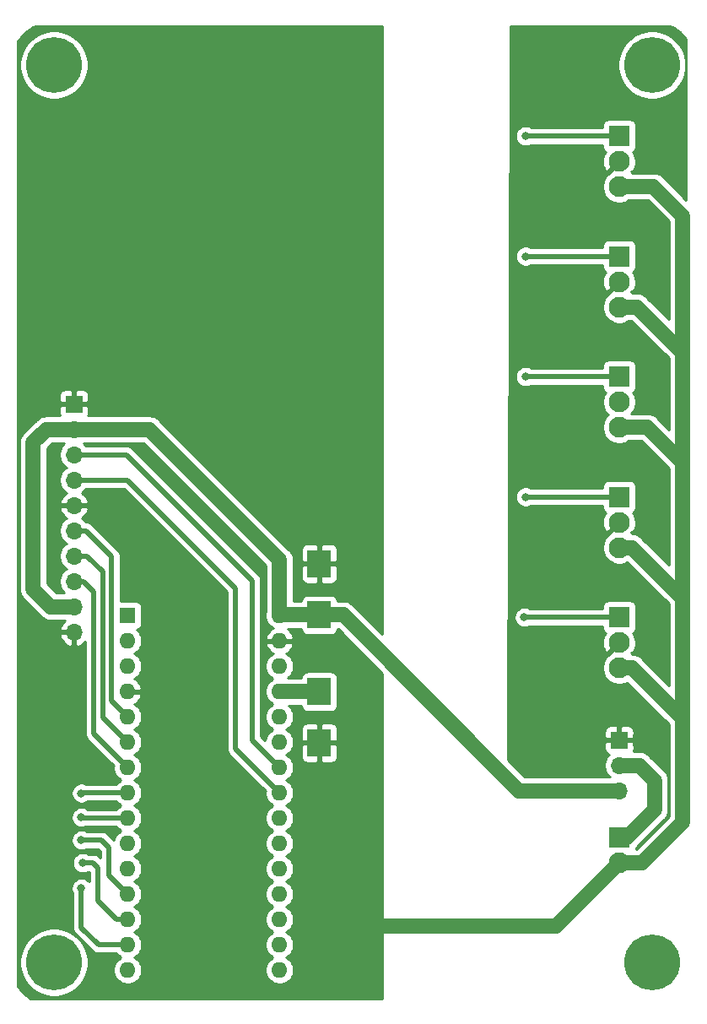
<source format=gbr>
%TF.GenerationSoftware,KiCad,Pcbnew,5.1.10-1.fc34*%
%TF.CreationDate,2021-06-08T11:48:28-04:00*%
%TF.ProjectId,BREAD_Slice,42524541-445f-4536-9c69-63652e6b6963,rev?*%
%TF.SameCoordinates,Original*%
%TF.FileFunction,Copper,L2,Bot*%
%TF.FilePolarity,Positive*%
%FSLAX46Y46*%
G04 Gerber Fmt 4.6, Leading zero omitted, Abs format (unit mm)*
G04 Created by KiCad (PCBNEW 5.1.10-1.fc34) date 2021-06-08 11:48:28*
%MOMM*%
%LPD*%
G01*
G04 APERTURE LIST*
%TA.AperFunction,ComponentPad*%
%ADD10C,2.100000*%
%TD*%
%TA.AperFunction,ComponentPad*%
%ADD11R,2.100000X2.100000*%
%TD*%
%TA.AperFunction,ComponentPad*%
%ADD12O,1.700000X1.700000*%
%TD*%
%TA.AperFunction,ComponentPad*%
%ADD13R,1.700000X1.700000*%
%TD*%
%TA.AperFunction,ComponentPad*%
%ADD14C,5.600000*%
%TD*%
%TA.AperFunction,SMDPad,CuDef*%
%ADD15R,2.350000X2.770000*%
%TD*%
%TA.AperFunction,ComponentPad*%
%ADD16R,1.600000X1.600000*%
%TD*%
%TA.AperFunction,ComponentPad*%
%ADD17O,1.600000X1.600000*%
%TD*%
%TA.AperFunction,ViaPad*%
%ADD18C,0.800000*%
%TD*%
%TA.AperFunction,Conductor*%
%ADD19C,1.500000*%
%TD*%
%TA.AperFunction,Conductor*%
%ADD20C,0.500000*%
%TD*%
%TA.AperFunction,Conductor*%
%ADD21C,0.254000*%
%TD*%
%TA.AperFunction,Conductor*%
%ADD22C,0.100000*%
%TD*%
G04 APERTURE END LIST*
D10*
%TO.P,J8,2*%
%TO.N,GND*%
X184322000Y-124814000D03*
D11*
%TO.P,J8,1*%
%TO.N,/CSTM*%
X184322000Y-122274000D03*
%TD*%
D12*
%TO.P,J7,3*%
%TO.N,+12V*%
X184322000Y-117575000D03*
%TO.P,J7,2*%
%TO.N,/CSTM*%
X184322000Y-115035000D03*
D13*
%TO.P,J7,1*%
%TO.N,/PWR*%
X184322000Y-112495000D03*
%TD*%
D10*
%TO.P,J6,3*%
%TO.N,GND*%
X184322000Y-81126000D03*
%TO.P,J6,2*%
%TO.N,Net-(J6-Pad2)*%
X184322000Y-78586000D03*
D11*
%TO.P,J6,1*%
%TO.N,/PWM3*%
X184322000Y-76046000D03*
%TD*%
D10*
%TO.P,J5,3*%
%TO.N,GND*%
X184322000Y-105256000D03*
%TO.P,J5,2*%
%TO.N,/PWR*%
X184322000Y-102716000D03*
D11*
%TO.P,J5,1*%
%TO.N,/PWM5*%
X184322000Y-100176000D03*
%TD*%
D10*
%TO.P,J4,3*%
%TO.N,GND*%
X184322000Y-69061000D03*
%TO.P,J4,2*%
%TO.N,/PWR*%
X184322000Y-66521000D03*
D11*
%TO.P,J4,1*%
%TO.N,/PWM2*%
X184322000Y-63981000D03*
%TD*%
D10*
%TO.P,J3,3*%
%TO.N,GND*%
X184322000Y-93191000D03*
%TO.P,J3,2*%
%TO.N,/PWR*%
X184322000Y-90651000D03*
D11*
%TO.P,J3,1*%
%TO.N,/PWM4*%
X184322000Y-88111000D03*
%TD*%
D10*
%TO.P,J2,3*%
%TO.N,GND*%
X184322000Y-56996000D03*
%TO.P,J2,2*%
%TO.N,/PWR*%
X184322000Y-54456000D03*
D11*
%TO.P,J2,1*%
%TO.N,/PWM1*%
X184322000Y-51916000D03*
%TD*%
D14*
%TO.P,H4,1*%
%TO.N,N/C*%
X187600000Y-134800000D03*
%TD*%
%TO.P,H3,1*%
%TO.N,N/C*%
X127600000Y-134800000D03*
%TD*%
%TO.P,H2,1*%
%TO.N,N/C*%
X187600000Y-44800000D03*
%TD*%
%TO.P,H1,1*%
%TO.N,N/C*%
X127600000Y-44800000D03*
%TD*%
D15*
%TO.P,C1,2*%
%TO.N,GND*%
X154223000Y-94812000D03*
%TO.P,C1,1*%
%TO.N,+12V*%
X154223000Y-99952000D03*
%TD*%
D16*
%TO.P,A1,1*%
%TO.N,Net-(A1-Pad1)*%
X135000000Y-100000000D03*
D17*
%TO.P,A1,17*%
%TO.N,Net-(A1-Pad17)*%
X150240000Y-133020000D03*
%TO.P,A1,2*%
%TO.N,Net-(A1-Pad2)*%
X135000000Y-102540000D03*
%TO.P,A1,18*%
%TO.N,Net-(A1-Pad18)*%
X150240000Y-130480000D03*
%TO.P,A1,3*%
%TO.N,Net-(A1-Pad3)*%
X135000000Y-105080000D03*
%TO.P,A1,19*%
%TO.N,Net-(A1-Pad19)*%
X150240000Y-127940000D03*
%TO.P,A1,4*%
%TO.N,GND*%
X135000000Y-107620000D03*
%TO.P,A1,20*%
%TO.N,Net-(A1-Pad20)*%
X150240000Y-125400000D03*
%TO.P,A1,5*%
%TO.N,/E_STOP*%
X135000000Y-110160000D03*
%TO.P,A1,21*%
%TO.N,Net-(A1-Pad21)*%
X150240000Y-122860000D03*
%TO.P,A1,6*%
%TO.N,/INT*%
X135000000Y-112700000D03*
%TO.P,A1,22*%
%TO.N,Net-(A1-Pad22)*%
X150240000Y-120320000D03*
%TO.P,A1,7*%
%TO.N,/SYNC*%
X135000000Y-115240000D03*
%TO.P,A1,23*%
%TO.N,/I2C_DAT*%
X150240000Y-117780000D03*
%TO.P,A1,8*%
%TO.N,/PWM1*%
X135000000Y-117780000D03*
%TO.P,A1,24*%
%TO.N,/I2C_CLK*%
X150240000Y-115240000D03*
%TO.P,A1,9*%
%TO.N,/PWM2*%
X135000000Y-120320000D03*
%TO.P,A1,25*%
%TO.N,Net-(A1-Pad25)*%
X150240000Y-112700000D03*
%TO.P,A1,10*%
%TO.N,Net-(A1-Pad10)*%
X135000000Y-122860000D03*
%TO.P,A1,26*%
%TO.N,Net-(A1-Pad26)*%
X150240000Y-110160000D03*
%TO.P,A1,11*%
%TO.N,Net-(A1-Pad11)*%
X135000000Y-125400000D03*
%TO.P,A1,27*%
%TO.N,+5V*%
X150240000Y-107620000D03*
%TO.P,A1,12*%
%TO.N,/PWM3*%
X135000000Y-127940000D03*
%TO.P,A1,28*%
%TO.N,Net-(A1-Pad28)*%
X150240000Y-105080000D03*
%TO.P,A1,13*%
%TO.N,/PWM4*%
X135000000Y-130480000D03*
%TO.P,A1,29*%
%TO.N,GND*%
X150240000Y-102540000D03*
%TO.P,A1,14*%
%TO.N,/PWM5*%
X135000000Y-133020000D03*
%TO.P,A1,30*%
%TO.N,+12V*%
X150240000Y-100000000D03*
%TO.P,A1,15*%
%TO.N,Net-(A1-Pad15)*%
X135000000Y-135560000D03*
%TO.P,A1,16*%
%TO.N,Net-(A1-Pad16)*%
X150240000Y-135560000D03*
%TD*%
D15*
%TO.P,C2,1*%
%TO.N,+5V*%
X154223000Y-107639000D03*
%TO.P,C2,2*%
%TO.N,GND*%
X154223000Y-112779000D03*
%TD*%
D13*
%TO.P,J1,1*%
%TO.N,GND*%
X129600000Y-78800000D03*
D12*
%TO.P,J1,2*%
%TO.N,+12V*%
X129600000Y-81340000D03*
%TO.P,J1,3*%
%TO.N,/I2C_CLK*%
X129600000Y-83880000D03*
%TO.P,J1,4*%
%TO.N,/I2C_DAT*%
X129600000Y-86420000D03*
%TO.P,J1,5*%
%TO.N,GND*%
X129600000Y-88960000D03*
%TO.P,J1,6*%
%TO.N,/E_STOP*%
X129600000Y-91500000D03*
%TO.P,J1,7*%
%TO.N,/INT*%
X129600000Y-94040000D03*
%TO.P,J1,8*%
%TO.N,/SYNC*%
X129600000Y-96580000D03*
%TO.P,J1,9*%
%TO.N,+12V*%
X129600000Y-99120000D03*
%TO.P,J1,10*%
%TO.N,GND*%
X129600000Y-101660000D03*
%TD*%
D18*
%TO.N,/PWM1*%
X130347000Y-117829000D03*
X174924000Y-51916000D03*
%TO.N,/PWM2*%
X130347000Y-120242000D03*
X174924000Y-63981000D03*
%TO.N,/PWM3*%
X130347000Y-122528000D03*
X174924000Y-76046000D03*
%TO.N,/PWM4*%
X130474000Y-124814000D03*
X174924000Y-88111000D03*
%TO.N,/PWM5*%
X130347000Y-127354000D03*
X174797000Y-100176000D03*
%TD*%
D19*
%TO.N,GND*%
X184322000Y-124814000D02*
X177972000Y-131164000D01*
X177972000Y-131164000D02*
X158287000Y-131164000D01*
X184322000Y-124814000D02*
X186608000Y-124814000D01*
X186608000Y-124814000D02*
X190672000Y-120750000D01*
X190672000Y-120750000D02*
X190672000Y-110336000D01*
X185592000Y-105256000D02*
X184322000Y-105256000D01*
X190672000Y-110336000D02*
X185592000Y-105256000D01*
X190672000Y-110336000D02*
X190672000Y-98271000D01*
X185592000Y-93191000D02*
X184322000Y-93191000D01*
X190672000Y-98271000D02*
X185592000Y-93191000D01*
X190672000Y-98271000D02*
X190672000Y-84682000D01*
X187116000Y-81126000D02*
X184322000Y-81126000D01*
X190672000Y-84682000D02*
X187116000Y-81126000D01*
X190672000Y-84682000D02*
X190672000Y-73633000D01*
X186100000Y-69061000D02*
X184322000Y-69061000D01*
X190672000Y-73633000D02*
X186100000Y-69061000D01*
X190672000Y-73633000D02*
X190672000Y-59917000D01*
X187751000Y-56996000D02*
X184322000Y-56996000D01*
X190672000Y-59917000D02*
X187751000Y-56996000D01*
%TO.N,+5V*%
X150259000Y-107639000D02*
X150240000Y-107620000D01*
X154223000Y-107639000D02*
X150259000Y-107639000D01*
D20*
%TO.N,/I2C_CLK*%
X150240000Y-115240000D02*
X147492000Y-112492000D01*
X147492000Y-112492000D02*
X147492000Y-96493000D01*
X134879000Y-83880000D02*
X129600000Y-83880000D01*
X147492000Y-96493000D02*
X134879000Y-83880000D01*
%TO.N,/I2C_DAT*%
X150240000Y-117780000D02*
X145841000Y-113381000D01*
X145841000Y-113381000D02*
X145841000Y-97255000D01*
X135006000Y-86420000D02*
X129600000Y-86420000D01*
X145841000Y-97255000D02*
X135006000Y-86420000D01*
%TO.N,/SYNC*%
X130561000Y-96580000D02*
X129600000Y-96580000D01*
X131617000Y-97636000D02*
X130561000Y-96580000D01*
X131617000Y-111857000D02*
X131617000Y-97636000D01*
X135000000Y-115240000D02*
X131617000Y-111857000D01*
%TO.N,/E_STOP*%
X135000000Y-110160000D02*
X133395000Y-108555000D01*
X133395000Y-108555000D02*
X133395000Y-94080000D01*
X130815000Y-91500000D02*
X129600000Y-91500000D01*
X133395000Y-94080000D02*
X130815000Y-91500000D01*
D19*
%TO.N,+12V*%
X150288000Y-99952000D02*
X150240000Y-100000000D01*
X154223000Y-99952000D02*
X150288000Y-99952000D01*
X129600000Y-99120000D02*
X127259000Y-99120000D01*
X127259000Y-99120000D02*
X125521000Y-97382000D01*
X125521000Y-97382000D02*
X125521000Y-82650000D01*
X126831000Y-81340000D02*
X129600000Y-81340000D01*
X125521000Y-82650000D02*
X126831000Y-81340000D01*
X150240000Y-100000000D02*
X150240000Y-94415000D01*
X137165000Y-81340000D02*
X129600000Y-81340000D01*
X150240000Y-94415000D02*
X137165000Y-81340000D01*
X184322000Y-117575000D02*
X174289000Y-117575000D01*
X156666000Y-99952000D02*
X154223000Y-99952000D01*
X174289000Y-117575000D02*
X156666000Y-99952000D01*
D20*
%TO.N,/INT*%
X130942000Y-94040000D02*
X129600000Y-94040000D01*
X132506000Y-95604000D02*
X130942000Y-94040000D01*
X132506000Y-110206000D02*
X132506000Y-95604000D01*
X135000000Y-112700000D02*
X132506000Y-110206000D01*
%TO.N,/PWM1*%
X130396000Y-117780000D02*
X130347000Y-117829000D01*
X135000000Y-117780000D02*
X130396000Y-117780000D01*
X174924000Y-51916000D02*
X184322000Y-51916000D01*
%TO.N,/PWM2*%
X130425000Y-120320000D02*
X130347000Y-120242000D01*
X135000000Y-120320000D02*
X130425000Y-120320000D01*
X174924000Y-63981000D02*
X184322000Y-63981000D01*
%TO.N,/PWM3*%
X135000000Y-127940000D02*
X133141000Y-126081000D01*
X133141000Y-126081000D02*
X133141000Y-123290000D01*
X132379000Y-122528000D02*
X130347000Y-122528000D01*
X133141000Y-123290000D02*
X132379000Y-122528000D01*
X174924000Y-76046000D02*
X184322000Y-76046000D01*
%TO.N,/PWM4*%
X135000000Y-130480000D02*
X133854000Y-130480000D01*
X133854000Y-130480000D02*
X131998000Y-128624000D01*
X131998000Y-128624000D02*
X131998000Y-125322000D01*
X131490000Y-124814000D02*
X130474000Y-124814000D01*
X131998000Y-125322000D02*
X131490000Y-124814000D01*
X174924000Y-88111000D02*
X184322000Y-88111000D01*
%TO.N,/PWM5*%
X135000000Y-133020000D02*
X132076000Y-133020000D01*
X130347000Y-131291000D02*
X130347000Y-127354000D01*
X132076000Y-133020000D02*
X130347000Y-131291000D01*
X174797000Y-100176000D02*
X184322000Y-100176000D01*
D19*
%TO.N,/CSTM*%
X184322000Y-122274000D02*
X185084000Y-122274000D01*
X185084000Y-122274000D02*
X187878000Y-119480000D01*
X187878000Y-119480000D02*
X187878000Y-116559000D01*
X186354000Y-115035000D02*
X184322000Y-115035000D01*
X187878000Y-116559000D02*
X186354000Y-115035000D01*
%TD*%
D21*
%TO.N,GND*%
X160573000Y-101900315D02*
X157693454Y-99020769D01*
X157650081Y-98967919D01*
X157439188Y-98794843D01*
X157198581Y-98666236D01*
X156937507Y-98587040D01*
X156734037Y-98567000D01*
X156734029Y-98567000D01*
X156666000Y-98560300D01*
X156597971Y-98567000D01*
X156036072Y-98567000D01*
X156023812Y-98442518D01*
X155987502Y-98322820D01*
X155928537Y-98212506D01*
X155849185Y-98115815D01*
X155752494Y-98036463D01*
X155642180Y-97977498D01*
X155522482Y-97941188D01*
X155398000Y-97928928D01*
X153048000Y-97928928D01*
X152923518Y-97941188D01*
X152803820Y-97977498D01*
X152693506Y-98036463D01*
X152596815Y-98115815D01*
X152517463Y-98212506D01*
X152458498Y-98322820D01*
X152422188Y-98442518D01*
X152409928Y-98567000D01*
X151625000Y-98567000D01*
X151625000Y-96197000D01*
X152409928Y-96197000D01*
X152422188Y-96321482D01*
X152458498Y-96441180D01*
X152517463Y-96551494D01*
X152596815Y-96648185D01*
X152693506Y-96727537D01*
X152803820Y-96786502D01*
X152923518Y-96822812D01*
X153048000Y-96835072D01*
X153937250Y-96832000D01*
X154096000Y-96673250D01*
X154096000Y-94939000D01*
X154350000Y-94939000D01*
X154350000Y-96673250D01*
X154508750Y-96832000D01*
X155398000Y-96835072D01*
X155522482Y-96822812D01*
X155642180Y-96786502D01*
X155752494Y-96727537D01*
X155849185Y-96648185D01*
X155928537Y-96551494D01*
X155987502Y-96441180D01*
X156023812Y-96321482D01*
X156036072Y-96197000D01*
X156033000Y-95097750D01*
X155874250Y-94939000D01*
X154350000Y-94939000D01*
X154096000Y-94939000D01*
X152571750Y-94939000D01*
X152413000Y-95097750D01*
X152409928Y-96197000D01*
X151625000Y-96197000D01*
X151625000Y-94483026D01*
X151631700Y-94414999D01*
X151625000Y-94346972D01*
X151625000Y-94346963D01*
X151604960Y-94143493D01*
X151525764Y-93882419D01*
X151397157Y-93641812D01*
X151351304Y-93585940D01*
X151267452Y-93483766D01*
X151267450Y-93483764D01*
X151224081Y-93430919D01*
X151219306Y-93427000D01*
X152409928Y-93427000D01*
X152413000Y-94526250D01*
X152571750Y-94685000D01*
X154096000Y-94685000D01*
X154096000Y-92950750D01*
X154350000Y-92950750D01*
X154350000Y-94685000D01*
X155874250Y-94685000D01*
X156033000Y-94526250D01*
X156036072Y-93427000D01*
X156023812Y-93302518D01*
X155987502Y-93182820D01*
X155928537Y-93072506D01*
X155849185Y-92975815D01*
X155752494Y-92896463D01*
X155642180Y-92837498D01*
X155522482Y-92801188D01*
X155398000Y-92788928D01*
X154508750Y-92792000D01*
X154350000Y-92950750D01*
X154096000Y-92950750D01*
X153937250Y-92792000D01*
X153048000Y-92788928D01*
X152923518Y-92801188D01*
X152803820Y-92837498D01*
X152693506Y-92896463D01*
X152596815Y-92975815D01*
X152517463Y-93072506D01*
X152458498Y-93182820D01*
X152422188Y-93302518D01*
X152409928Y-93427000D01*
X151219306Y-93427000D01*
X151171236Y-93387550D01*
X138192454Y-80408769D01*
X138149081Y-80355919D01*
X137938188Y-80182843D01*
X137697581Y-80054236D01*
X137436507Y-79975040D01*
X137233037Y-79955000D01*
X137233029Y-79955000D01*
X137165000Y-79948300D01*
X137096971Y-79955000D01*
X131006993Y-79955000D01*
X131039502Y-79894180D01*
X131075812Y-79774482D01*
X131088072Y-79650000D01*
X131085000Y-79085750D01*
X130926250Y-78927000D01*
X129727000Y-78927000D01*
X129727000Y-78947000D01*
X129473000Y-78947000D01*
X129473000Y-78927000D01*
X128273750Y-78927000D01*
X128115000Y-79085750D01*
X128111928Y-79650000D01*
X128124188Y-79774482D01*
X128160498Y-79894180D01*
X128193007Y-79955000D01*
X126899029Y-79955000D01*
X126831000Y-79948300D01*
X126762971Y-79955000D01*
X126762963Y-79955000D01*
X126559493Y-79975040D01*
X126298419Y-80054236D01*
X126057812Y-80182843D01*
X125899766Y-80312548D01*
X125899764Y-80312550D01*
X125846919Y-80355919D01*
X125803550Y-80408764D01*
X124589764Y-81622551D01*
X124536920Y-81665919D01*
X124493551Y-81718764D01*
X124493548Y-81718767D01*
X124363844Y-81876812D01*
X124235236Y-82117420D01*
X124156040Y-82378493D01*
X124129300Y-82650000D01*
X124136001Y-82718039D01*
X124136000Y-97313971D01*
X124129300Y-97382000D01*
X124136000Y-97450029D01*
X124136000Y-97450036D01*
X124136213Y-97452195D01*
X124156040Y-97653507D01*
X124180298Y-97733475D01*
X124235236Y-97914580D01*
X124342799Y-98115815D01*
X124363844Y-98155188D01*
X124476560Y-98292532D01*
X124536919Y-98366080D01*
X124589765Y-98409450D01*
X126231550Y-100051236D01*
X126274919Y-100104081D01*
X126327764Y-100147450D01*
X126327766Y-100147452D01*
X126440099Y-100239641D01*
X126485812Y-100277157D01*
X126726419Y-100405764D01*
X126987493Y-100484960D01*
X127190963Y-100505000D01*
X127190972Y-100505000D01*
X127258999Y-100511700D01*
X127327026Y-100505000D01*
X128674071Y-100505000D01*
X128502412Y-100659731D01*
X128328359Y-100893080D01*
X128203175Y-101155901D01*
X128158524Y-101303110D01*
X128279845Y-101533000D01*
X129473000Y-101533000D01*
X129473000Y-101513000D01*
X129727000Y-101513000D01*
X129727000Y-101533000D01*
X129747000Y-101533000D01*
X129747000Y-101787000D01*
X129727000Y-101787000D01*
X129727000Y-102980814D01*
X129956891Y-103101481D01*
X130231252Y-103004157D01*
X130481355Y-102855178D01*
X130697588Y-102660269D01*
X130732001Y-102614133D01*
X130732000Y-111813531D01*
X130727719Y-111857000D01*
X130732000Y-111900469D01*
X130732000Y-111900476D01*
X130744805Y-112030489D01*
X130795411Y-112197312D01*
X130877589Y-112351058D01*
X130988183Y-112485817D01*
X131021956Y-112513534D01*
X133571983Y-115063561D01*
X133565000Y-115098665D01*
X133565000Y-115381335D01*
X133620147Y-115658574D01*
X133728320Y-115919727D01*
X133885363Y-116154759D01*
X134085241Y-116354637D01*
X134317759Y-116510000D01*
X134085241Y-116665363D01*
X133885363Y-116865241D01*
X133865479Y-116895000D01*
X130796710Y-116895000D01*
X130648898Y-116833774D01*
X130448939Y-116794000D01*
X130245061Y-116794000D01*
X130045102Y-116833774D01*
X129856744Y-116911795D01*
X129687226Y-117025063D01*
X129543063Y-117169226D01*
X129429795Y-117338744D01*
X129351774Y-117527102D01*
X129312000Y-117727061D01*
X129312000Y-117930939D01*
X129351774Y-118130898D01*
X129429795Y-118319256D01*
X129543063Y-118488774D01*
X129687226Y-118632937D01*
X129856744Y-118746205D01*
X130045102Y-118824226D01*
X130245061Y-118864000D01*
X130448939Y-118864000D01*
X130648898Y-118824226D01*
X130837256Y-118746205D01*
X130958788Y-118665000D01*
X133865479Y-118665000D01*
X133885363Y-118694759D01*
X134085241Y-118894637D01*
X134317759Y-119050000D01*
X134085241Y-119205363D01*
X133885363Y-119405241D01*
X133865479Y-119435000D01*
X131002190Y-119435000D01*
X130837256Y-119324795D01*
X130648898Y-119246774D01*
X130448939Y-119207000D01*
X130245061Y-119207000D01*
X130045102Y-119246774D01*
X129856744Y-119324795D01*
X129687226Y-119438063D01*
X129543063Y-119582226D01*
X129429795Y-119751744D01*
X129351774Y-119940102D01*
X129312000Y-120140061D01*
X129312000Y-120343939D01*
X129351774Y-120543898D01*
X129429795Y-120732256D01*
X129543063Y-120901774D01*
X129687226Y-121045937D01*
X129856744Y-121159205D01*
X130045102Y-121237226D01*
X130245061Y-121277000D01*
X130448939Y-121277000D01*
X130648898Y-121237226D01*
X130726698Y-121205000D01*
X133865479Y-121205000D01*
X133885363Y-121234759D01*
X134085241Y-121434637D01*
X134317759Y-121590000D01*
X134085241Y-121745363D01*
X133885363Y-121945241D01*
X133728320Y-122180273D01*
X133620147Y-122441426D01*
X133607514Y-122504935D01*
X133035534Y-121932956D01*
X133007817Y-121899183D01*
X132873059Y-121788589D01*
X132719313Y-121706411D01*
X132552490Y-121655805D01*
X132422477Y-121643000D01*
X132422469Y-121643000D01*
X132379000Y-121638719D01*
X132335531Y-121643000D01*
X130885454Y-121643000D01*
X130837256Y-121610795D01*
X130648898Y-121532774D01*
X130448939Y-121493000D01*
X130245061Y-121493000D01*
X130045102Y-121532774D01*
X129856744Y-121610795D01*
X129687226Y-121724063D01*
X129543063Y-121868226D01*
X129429795Y-122037744D01*
X129351774Y-122226102D01*
X129312000Y-122426061D01*
X129312000Y-122629939D01*
X129351774Y-122829898D01*
X129429795Y-123018256D01*
X129543063Y-123187774D01*
X129687226Y-123331937D01*
X129856744Y-123445205D01*
X130045102Y-123523226D01*
X130245061Y-123563000D01*
X130448939Y-123563000D01*
X130648898Y-123523226D01*
X130837256Y-123445205D01*
X130885454Y-123413000D01*
X132012422Y-123413000D01*
X132256001Y-123656580D01*
X132256001Y-124328423D01*
X132146534Y-124218956D01*
X132118817Y-124185183D01*
X131984059Y-124074589D01*
X131830313Y-123992411D01*
X131663490Y-123941805D01*
X131533477Y-123929000D01*
X131533469Y-123929000D01*
X131490000Y-123924719D01*
X131446531Y-123929000D01*
X131012454Y-123929000D01*
X130964256Y-123896795D01*
X130775898Y-123818774D01*
X130575939Y-123779000D01*
X130372061Y-123779000D01*
X130172102Y-123818774D01*
X129983744Y-123896795D01*
X129814226Y-124010063D01*
X129670063Y-124154226D01*
X129556795Y-124323744D01*
X129478774Y-124512102D01*
X129439000Y-124712061D01*
X129439000Y-124915939D01*
X129478774Y-125115898D01*
X129556795Y-125304256D01*
X129670063Y-125473774D01*
X129814226Y-125617937D01*
X129983744Y-125731205D01*
X130172102Y-125809226D01*
X130372061Y-125849000D01*
X130575939Y-125849000D01*
X130775898Y-125809226D01*
X130964256Y-125731205D01*
X131012454Y-125699000D01*
X131113001Y-125699000D01*
X131113001Y-126656290D01*
X131006774Y-126550063D01*
X130837256Y-126436795D01*
X130648898Y-126358774D01*
X130448939Y-126319000D01*
X130245061Y-126319000D01*
X130045102Y-126358774D01*
X129856744Y-126436795D01*
X129687226Y-126550063D01*
X129543063Y-126694226D01*
X129429795Y-126863744D01*
X129351774Y-127052102D01*
X129312000Y-127252061D01*
X129312000Y-127455939D01*
X129351774Y-127655898D01*
X129429795Y-127844256D01*
X129462001Y-127892456D01*
X129462000Y-131247531D01*
X129457719Y-131291000D01*
X129462000Y-131334469D01*
X129462000Y-131334476D01*
X129474805Y-131464489D01*
X129525411Y-131631312D01*
X129607589Y-131785058D01*
X129718183Y-131919817D01*
X129751956Y-131947534D01*
X131419470Y-133615049D01*
X131447183Y-133648817D01*
X131480951Y-133676530D01*
X131480953Y-133676532D01*
X131509216Y-133699727D01*
X131581941Y-133759411D01*
X131735687Y-133841589D01*
X131902510Y-133892195D01*
X132032523Y-133905000D01*
X132032533Y-133905000D01*
X132075999Y-133909281D01*
X132119465Y-133905000D01*
X133865479Y-133905000D01*
X133885363Y-133934759D01*
X134085241Y-134134637D01*
X134317759Y-134290000D01*
X134085241Y-134445363D01*
X133885363Y-134645241D01*
X133728320Y-134880273D01*
X133620147Y-135141426D01*
X133565000Y-135418665D01*
X133565000Y-135701335D01*
X133620147Y-135978574D01*
X133728320Y-136239727D01*
X133885363Y-136474759D01*
X134085241Y-136674637D01*
X134320273Y-136831680D01*
X134581426Y-136939853D01*
X134858665Y-136995000D01*
X135141335Y-136995000D01*
X135418574Y-136939853D01*
X135679727Y-136831680D01*
X135914759Y-136674637D01*
X136114637Y-136474759D01*
X136271680Y-136239727D01*
X136379853Y-135978574D01*
X136435000Y-135701335D01*
X136435000Y-135418665D01*
X136379853Y-135141426D01*
X136271680Y-134880273D01*
X136114637Y-134645241D01*
X135914759Y-134445363D01*
X135682241Y-134290000D01*
X135914759Y-134134637D01*
X136114637Y-133934759D01*
X136271680Y-133699727D01*
X136379853Y-133438574D01*
X136435000Y-133161335D01*
X136435000Y-132878665D01*
X136379853Y-132601426D01*
X136271680Y-132340273D01*
X136114637Y-132105241D01*
X135914759Y-131905363D01*
X135682241Y-131750000D01*
X135914759Y-131594637D01*
X136114637Y-131394759D01*
X136271680Y-131159727D01*
X136379853Y-130898574D01*
X136435000Y-130621335D01*
X136435000Y-130338665D01*
X136379853Y-130061426D01*
X136271680Y-129800273D01*
X136114637Y-129565241D01*
X135914759Y-129365363D01*
X135682241Y-129210000D01*
X135914759Y-129054637D01*
X136114637Y-128854759D01*
X136271680Y-128619727D01*
X136379853Y-128358574D01*
X136435000Y-128081335D01*
X136435000Y-127798665D01*
X136379853Y-127521426D01*
X136271680Y-127260273D01*
X136114637Y-127025241D01*
X135914759Y-126825363D01*
X135682241Y-126670000D01*
X135914759Y-126514637D01*
X136114637Y-126314759D01*
X136271680Y-126079727D01*
X136379853Y-125818574D01*
X136435000Y-125541335D01*
X136435000Y-125258665D01*
X136379853Y-124981426D01*
X136271680Y-124720273D01*
X136114637Y-124485241D01*
X135914759Y-124285363D01*
X135682241Y-124130000D01*
X135914759Y-123974637D01*
X136114637Y-123774759D01*
X136271680Y-123539727D01*
X136379853Y-123278574D01*
X136435000Y-123001335D01*
X136435000Y-122718665D01*
X136379853Y-122441426D01*
X136271680Y-122180273D01*
X136114637Y-121945241D01*
X135914759Y-121745363D01*
X135682241Y-121590000D01*
X135914759Y-121434637D01*
X136114637Y-121234759D01*
X136271680Y-120999727D01*
X136379853Y-120738574D01*
X136435000Y-120461335D01*
X136435000Y-120178665D01*
X136379853Y-119901426D01*
X136271680Y-119640273D01*
X136114637Y-119405241D01*
X135914759Y-119205363D01*
X135682241Y-119050000D01*
X135914759Y-118894637D01*
X136114637Y-118694759D01*
X136271680Y-118459727D01*
X136379853Y-118198574D01*
X136435000Y-117921335D01*
X136435000Y-117638665D01*
X136379853Y-117361426D01*
X136271680Y-117100273D01*
X136114637Y-116865241D01*
X135914759Y-116665363D01*
X135682241Y-116510000D01*
X135914759Y-116354637D01*
X136114637Y-116154759D01*
X136271680Y-115919727D01*
X136379853Y-115658574D01*
X136435000Y-115381335D01*
X136435000Y-115098665D01*
X136379853Y-114821426D01*
X136271680Y-114560273D01*
X136114637Y-114325241D01*
X135914759Y-114125363D01*
X135682241Y-113970000D01*
X135914759Y-113814637D01*
X136114637Y-113614759D01*
X136271680Y-113379727D01*
X136379853Y-113118574D01*
X136435000Y-112841335D01*
X136435000Y-112558665D01*
X136379853Y-112281426D01*
X136271680Y-112020273D01*
X136114637Y-111785241D01*
X135914759Y-111585363D01*
X135682241Y-111430000D01*
X135914759Y-111274637D01*
X136114637Y-111074759D01*
X136271680Y-110839727D01*
X136379853Y-110578574D01*
X136435000Y-110301335D01*
X136435000Y-110018665D01*
X136379853Y-109741426D01*
X136271680Y-109480273D01*
X136114637Y-109245241D01*
X135914759Y-109045363D01*
X135679727Y-108888320D01*
X135669135Y-108883933D01*
X135855131Y-108772385D01*
X136063519Y-108583414D01*
X136231037Y-108357420D01*
X136351246Y-108103087D01*
X136391904Y-107969039D01*
X136269915Y-107747000D01*
X135127000Y-107747000D01*
X135127000Y-107767000D01*
X134873000Y-107767000D01*
X134873000Y-107747000D01*
X134853000Y-107747000D01*
X134853000Y-107493000D01*
X134873000Y-107493000D01*
X134873000Y-107473000D01*
X135127000Y-107473000D01*
X135127000Y-107493000D01*
X136269915Y-107493000D01*
X136391904Y-107270961D01*
X136351246Y-107136913D01*
X136231037Y-106882580D01*
X136063519Y-106656586D01*
X135855131Y-106467615D01*
X135669135Y-106356067D01*
X135679727Y-106351680D01*
X135914759Y-106194637D01*
X136114637Y-105994759D01*
X136271680Y-105759727D01*
X136379853Y-105498574D01*
X136435000Y-105221335D01*
X136435000Y-104938665D01*
X136379853Y-104661426D01*
X136271680Y-104400273D01*
X136114637Y-104165241D01*
X135914759Y-103965363D01*
X135682241Y-103810000D01*
X135914759Y-103654637D01*
X136114637Y-103454759D01*
X136271680Y-103219727D01*
X136379853Y-102958574D01*
X136435000Y-102681335D01*
X136435000Y-102398665D01*
X136379853Y-102121426D01*
X136271680Y-101860273D01*
X136114637Y-101625241D01*
X135916039Y-101426643D01*
X135924482Y-101425812D01*
X136044180Y-101389502D01*
X136154494Y-101330537D01*
X136251185Y-101251185D01*
X136330537Y-101154494D01*
X136389502Y-101044180D01*
X136425812Y-100924482D01*
X136438072Y-100800000D01*
X136438072Y-99200000D01*
X136425812Y-99075518D01*
X136389502Y-98955820D01*
X136330537Y-98845506D01*
X136251185Y-98748815D01*
X136154494Y-98669463D01*
X136044180Y-98610498D01*
X135924482Y-98574188D01*
X135800000Y-98561928D01*
X134280000Y-98561928D01*
X134280000Y-94123469D01*
X134284281Y-94080000D01*
X134280000Y-94036531D01*
X134280000Y-94036523D01*
X134267195Y-93906510D01*
X134216589Y-93739687D01*
X134134411Y-93585941D01*
X134023817Y-93451183D01*
X133990049Y-93423470D01*
X131471534Y-90904956D01*
X131443817Y-90871183D01*
X131309059Y-90760589D01*
X131155313Y-90678411D01*
X130988490Y-90627805D01*
X130858477Y-90615000D01*
X130858469Y-90615000D01*
X130815000Y-90610719D01*
X130793228Y-90612863D01*
X130753475Y-90553368D01*
X130546632Y-90346525D01*
X130364466Y-90224805D01*
X130481355Y-90155178D01*
X130697588Y-89960269D01*
X130871641Y-89726920D01*
X130996825Y-89464099D01*
X131041476Y-89316890D01*
X130920155Y-89087000D01*
X129727000Y-89087000D01*
X129727000Y-89107000D01*
X129473000Y-89107000D01*
X129473000Y-89087000D01*
X128279845Y-89087000D01*
X128158524Y-89316890D01*
X128203175Y-89464099D01*
X128328359Y-89726920D01*
X128502412Y-89960269D01*
X128718645Y-90155178D01*
X128835534Y-90224805D01*
X128653368Y-90346525D01*
X128446525Y-90553368D01*
X128284010Y-90796589D01*
X128172068Y-91066842D01*
X128115000Y-91353740D01*
X128115000Y-91646260D01*
X128172068Y-91933158D01*
X128284010Y-92203411D01*
X128446525Y-92446632D01*
X128653368Y-92653475D01*
X128827760Y-92770000D01*
X128653368Y-92886525D01*
X128446525Y-93093368D01*
X128284010Y-93336589D01*
X128172068Y-93606842D01*
X128115000Y-93893740D01*
X128115000Y-94186260D01*
X128172068Y-94473158D01*
X128284010Y-94743411D01*
X128446525Y-94986632D01*
X128653368Y-95193475D01*
X128827760Y-95310000D01*
X128653368Y-95426525D01*
X128446525Y-95633368D01*
X128284010Y-95876589D01*
X128172068Y-96146842D01*
X128115000Y-96433740D01*
X128115000Y-96726260D01*
X128172068Y-97013158D01*
X128284010Y-97283411D01*
X128446525Y-97526632D01*
X128653368Y-97733475D01*
X128655650Y-97735000D01*
X127832686Y-97735000D01*
X126906000Y-96808315D01*
X126906000Y-83223685D01*
X127404686Y-82725000D01*
X128655650Y-82725000D01*
X128653368Y-82726525D01*
X128446525Y-82933368D01*
X128284010Y-83176589D01*
X128172068Y-83446842D01*
X128115000Y-83733740D01*
X128115000Y-84026260D01*
X128172068Y-84313158D01*
X128284010Y-84583411D01*
X128446525Y-84826632D01*
X128653368Y-85033475D01*
X128827760Y-85150000D01*
X128653368Y-85266525D01*
X128446525Y-85473368D01*
X128284010Y-85716589D01*
X128172068Y-85986842D01*
X128115000Y-86273740D01*
X128115000Y-86566260D01*
X128172068Y-86853158D01*
X128284010Y-87123411D01*
X128446525Y-87366632D01*
X128653368Y-87573475D01*
X128835534Y-87695195D01*
X128718645Y-87764822D01*
X128502412Y-87959731D01*
X128328359Y-88193080D01*
X128203175Y-88455901D01*
X128158524Y-88603110D01*
X128279845Y-88833000D01*
X129473000Y-88833000D01*
X129473000Y-88813000D01*
X129727000Y-88813000D01*
X129727000Y-88833000D01*
X130920155Y-88833000D01*
X131041476Y-88603110D01*
X130996825Y-88455901D01*
X130871641Y-88193080D01*
X130697588Y-87959731D01*
X130481355Y-87764822D01*
X130364466Y-87695195D01*
X130546632Y-87573475D01*
X130753475Y-87366632D01*
X130794656Y-87305000D01*
X134639422Y-87305000D01*
X144956001Y-97621580D01*
X144956000Y-113337531D01*
X144951719Y-113381000D01*
X144956000Y-113424469D01*
X144956000Y-113424476D01*
X144968805Y-113554489D01*
X145019411Y-113721312D01*
X145101589Y-113875058D01*
X145212183Y-114009817D01*
X145245956Y-114037534D01*
X148811983Y-117603561D01*
X148805000Y-117638665D01*
X148805000Y-117921335D01*
X148860147Y-118198574D01*
X148968320Y-118459727D01*
X149125363Y-118694759D01*
X149325241Y-118894637D01*
X149557759Y-119050000D01*
X149325241Y-119205363D01*
X149125363Y-119405241D01*
X148968320Y-119640273D01*
X148860147Y-119901426D01*
X148805000Y-120178665D01*
X148805000Y-120461335D01*
X148860147Y-120738574D01*
X148968320Y-120999727D01*
X149125363Y-121234759D01*
X149325241Y-121434637D01*
X149557759Y-121590000D01*
X149325241Y-121745363D01*
X149125363Y-121945241D01*
X148968320Y-122180273D01*
X148860147Y-122441426D01*
X148805000Y-122718665D01*
X148805000Y-123001335D01*
X148860147Y-123278574D01*
X148968320Y-123539727D01*
X149125363Y-123774759D01*
X149325241Y-123974637D01*
X149557759Y-124130000D01*
X149325241Y-124285363D01*
X149125363Y-124485241D01*
X148968320Y-124720273D01*
X148860147Y-124981426D01*
X148805000Y-125258665D01*
X148805000Y-125541335D01*
X148860147Y-125818574D01*
X148968320Y-126079727D01*
X149125363Y-126314759D01*
X149325241Y-126514637D01*
X149557759Y-126670000D01*
X149325241Y-126825363D01*
X149125363Y-127025241D01*
X148968320Y-127260273D01*
X148860147Y-127521426D01*
X148805000Y-127798665D01*
X148805000Y-128081335D01*
X148860147Y-128358574D01*
X148968320Y-128619727D01*
X149125363Y-128854759D01*
X149325241Y-129054637D01*
X149557759Y-129210000D01*
X149325241Y-129365363D01*
X149125363Y-129565241D01*
X148968320Y-129800273D01*
X148860147Y-130061426D01*
X148805000Y-130338665D01*
X148805000Y-130621335D01*
X148860147Y-130898574D01*
X148968320Y-131159727D01*
X149125363Y-131394759D01*
X149325241Y-131594637D01*
X149557759Y-131750000D01*
X149325241Y-131905363D01*
X149125363Y-132105241D01*
X148968320Y-132340273D01*
X148860147Y-132601426D01*
X148805000Y-132878665D01*
X148805000Y-133161335D01*
X148860147Y-133438574D01*
X148968320Y-133699727D01*
X149125363Y-133934759D01*
X149325241Y-134134637D01*
X149557759Y-134290000D01*
X149325241Y-134445363D01*
X149125363Y-134645241D01*
X148968320Y-134880273D01*
X148860147Y-135141426D01*
X148805000Y-135418665D01*
X148805000Y-135701335D01*
X148860147Y-135978574D01*
X148968320Y-136239727D01*
X149125363Y-136474759D01*
X149325241Y-136674637D01*
X149560273Y-136831680D01*
X149821426Y-136939853D01*
X150098665Y-136995000D01*
X150381335Y-136995000D01*
X150658574Y-136939853D01*
X150919727Y-136831680D01*
X151154759Y-136674637D01*
X151354637Y-136474759D01*
X151511680Y-136239727D01*
X151619853Y-135978574D01*
X151675000Y-135701335D01*
X151675000Y-135418665D01*
X151619853Y-135141426D01*
X151511680Y-134880273D01*
X151354637Y-134645241D01*
X151154759Y-134445363D01*
X150922241Y-134290000D01*
X151154759Y-134134637D01*
X151354637Y-133934759D01*
X151511680Y-133699727D01*
X151619853Y-133438574D01*
X151675000Y-133161335D01*
X151675000Y-132878665D01*
X151619853Y-132601426D01*
X151511680Y-132340273D01*
X151354637Y-132105241D01*
X151154759Y-131905363D01*
X150922241Y-131750000D01*
X151154759Y-131594637D01*
X151354637Y-131394759D01*
X151511680Y-131159727D01*
X151619853Y-130898574D01*
X151675000Y-130621335D01*
X151675000Y-130338665D01*
X151619853Y-130061426D01*
X151511680Y-129800273D01*
X151354637Y-129565241D01*
X151154759Y-129365363D01*
X150922241Y-129210000D01*
X151154759Y-129054637D01*
X151354637Y-128854759D01*
X151511680Y-128619727D01*
X151619853Y-128358574D01*
X151675000Y-128081335D01*
X151675000Y-127798665D01*
X151619853Y-127521426D01*
X151511680Y-127260273D01*
X151354637Y-127025241D01*
X151154759Y-126825363D01*
X150922241Y-126670000D01*
X151154759Y-126514637D01*
X151354637Y-126314759D01*
X151511680Y-126079727D01*
X151619853Y-125818574D01*
X151675000Y-125541335D01*
X151675000Y-125258665D01*
X151619853Y-124981426D01*
X151511680Y-124720273D01*
X151354637Y-124485241D01*
X151154759Y-124285363D01*
X150922241Y-124130000D01*
X151154759Y-123974637D01*
X151354637Y-123774759D01*
X151511680Y-123539727D01*
X151619853Y-123278574D01*
X151675000Y-123001335D01*
X151675000Y-122718665D01*
X151619853Y-122441426D01*
X151511680Y-122180273D01*
X151354637Y-121945241D01*
X151154759Y-121745363D01*
X150922241Y-121590000D01*
X151154759Y-121434637D01*
X151354637Y-121234759D01*
X151511680Y-120999727D01*
X151619853Y-120738574D01*
X151675000Y-120461335D01*
X151675000Y-120178665D01*
X151619853Y-119901426D01*
X151511680Y-119640273D01*
X151354637Y-119405241D01*
X151154759Y-119205363D01*
X150922241Y-119050000D01*
X151154759Y-118894637D01*
X151354637Y-118694759D01*
X151511680Y-118459727D01*
X151619853Y-118198574D01*
X151675000Y-117921335D01*
X151675000Y-117638665D01*
X151619853Y-117361426D01*
X151511680Y-117100273D01*
X151354637Y-116865241D01*
X151154759Y-116665363D01*
X150922241Y-116510000D01*
X151154759Y-116354637D01*
X151354637Y-116154759D01*
X151511680Y-115919727D01*
X151619853Y-115658574D01*
X151675000Y-115381335D01*
X151675000Y-115098665D01*
X151619853Y-114821426D01*
X151511680Y-114560273D01*
X151354637Y-114325241D01*
X151193396Y-114164000D01*
X152409928Y-114164000D01*
X152422188Y-114288482D01*
X152458498Y-114408180D01*
X152517463Y-114518494D01*
X152596815Y-114615185D01*
X152693506Y-114694537D01*
X152803820Y-114753502D01*
X152923518Y-114789812D01*
X153048000Y-114802072D01*
X153937250Y-114799000D01*
X154096000Y-114640250D01*
X154096000Y-112906000D01*
X154350000Y-112906000D01*
X154350000Y-114640250D01*
X154508750Y-114799000D01*
X155398000Y-114802072D01*
X155522482Y-114789812D01*
X155642180Y-114753502D01*
X155752494Y-114694537D01*
X155849185Y-114615185D01*
X155928537Y-114518494D01*
X155987502Y-114408180D01*
X156023812Y-114288482D01*
X156036072Y-114164000D01*
X156033000Y-113064750D01*
X155874250Y-112906000D01*
X154350000Y-112906000D01*
X154096000Y-112906000D01*
X152571750Y-112906000D01*
X152413000Y-113064750D01*
X152409928Y-114164000D01*
X151193396Y-114164000D01*
X151154759Y-114125363D01*
X150922241Y-113970000D01*
X151154759Y-113814637D01*
X151354637Y-113614759D01*
X151511680Y-113379727D01*
X151619853Y-113118574D01*
X151675000Y-112841335D01*
X151675000Y-112558665D01*
X151619853Y-112281426D01*
X151511680Y-112020273D01*
X151354637Y-111785241D01*
X151154759Y-111585363D01*
X150922241Y-111430000D01*
X150976119Y-111394000D01*
X152409928Y-111394000D01*
X152413000Y-112493250D01*
X152571750Y-112652000D01*
X154096000Y-112652000D01*
X154096000Y-110917750D01*
X154350000Y-110917750D01*
X154350000Y-112652000D01*
X155874250Y-112652000D01*
X156033000Y-112493250D01*
X156036072Y-111394000D01*
X156023812Y-111269518D01*
X155987502Y-111149820D01*
X155928537Y-111039506D01*
X155849185Y-110942815D01*
X155752494Y-110863463D01*
X155642180Y-110804498D01*
X155522482Y-110768188D01*
X155398000Y-110755928D01*
X154508750Y-110759000D01*
X154350000Y-110917750D01*
X154096000Y-110917750D01*
X153937250Y-110759000D01*
X153048000Y-110755928D01*
X152923518Y-110768188D01*
X152803820Y-110804498D01*
X152693506Y-110863463D01*
X152596815Y-110942815D01*
X152517463Y-111039506D01*
X152458498Y-111149820D01*
X152422188Y-111269518D01*
X152409928Y-111394000D01*
X150976119Y-111394000D01*
X151154759Y-111274637D01*
X151354637Y-111074759D01*
X151511680Y-110839727D01*
X151619853Y-110578574D01*
X151675000Y-110301335D01*
X151675000Y-110018665D01*
X151619853Y-109741426D01*
X151511680Y-109480273D01*
X151354637Y-109245241D01*
X151154759Y-109045363D01*
X151122787Y-109024000D01*
X152409928Y-109024000D01*
X152422188Y-109148482D01*
X152458498Y-109268180D01*
X152517463Y-109378494D01*
X152596815Y-109475185D01*
X152693506Y-109554537D01*
X152803820Y-109613502D01*
X152923518Y-109649812D01*
X153048000Y-109662072D01*
X155398000Y-109662072D01*
X155522482Y-109649812D01*
X155642180Y-109613502D01*
X155752494Y-109554537D01*
X155849185Y-109475185D01*
X155928537Y-109378494D01*
X155987502Y-109268180D01*
X156023812Y-109148482D01*
X156036072Y-109024000D01*
X156036072Y-106254000D01*
X156023812Y-106129518D01*
X155987502Y-106009820D01*
X155928537Y-105899506D01*
X155849185Y-105802815D01*
X155752494Y-105723463D01*
X155642180Y-105664498D01*
X155522482Y-105628188D01*
X155398000Y-105615928D01*
X153048000Y-105615928D01*
X152923518Y-105628188D01*
X152803820Y-105664498D01*
X152693506Y-105723463D01*
X152596815Y-105802815D01*
X152517463Y-105899506D01*
X152458498Y-106009820D01*
X152422188Y-106129518D01*
X152409928Y-106254000D01*
X151065916Y-106254000D01*
X151154759Y-106194637D01*
X151354637Y-105994759D01*
X151511680Y-105759727D01*
X151619853Y-105498574D01*
X151675000Y-105221335D01*
X151675000Y-104938665D01*
X151619853Y-104661426D01*
X151511680Y-104400273D01*
X151354637Y-104165241D01*
X151154759Y-103965363D01*
X150919727Y-103808320D01*
X150909135Y-103803933D01*
X151095131Y-103692385D01*
X151303519Y-103503414D01*
X151471037Y-103277420D01*
X151591246Y-103023087D01*
X151631904Y-102889039D01*
X151509915Y-102667000D01*
X150367000Y-102667000D01*
X150367000Y-102687000D01*
X150113000Y-102687000D01*
X150113000Y-102667000D01*
X148970085Y-102667000D01*
X148848096Y-102889039D01*
X148888754Y-103023087D01*
X149008963Y-103277420D01*
X149176481Y-103503414D01*
X149384869Y-103692385D01*
X149570865Y-103803933D01*
X149560273Y-103808320D01*
X149325241Y-103965363D01*
X149125363Y-104165241D01*
X148968320Y-104400273D01*
X148860147Y-104661426D01*
X148805000Y-104938665D01*
X148805000Y-105221335D01*
X148860147Y-105498574D01*
X148968320Y-105759727D01*
X149125363Y-105994759D01*
X149325241Y-106194637D01*
X149557759Y-106350000D01*
X149325241Y-106505363D01*
X149125363Y-106705241D01*
X148968320Y-106940273D01*
X148860147Y-107201426D01*
X148805000Y-107478665D01*
X148805000Y-107761335D01*
X148860147Y-108038574D01*
X148968320Y-108299727D01*
X149125363Y-108534759D01*
X149325241Y-108734637D01*
X149557759Y-108890000D01*
X149325241Y-109045363D01*
X149125363Y-109245241D01*
X148968320Y-109480273D01*
X148860147Y-109741426D01*
X148805000Y-110018665D01*
X148805000Y-110301335D01*
X148860147Y-110578574D01*
X148968320Y-110839727D01*
X149125363Y-111074759D01*
X149325241Y-111274637D01*
X149557759Y-111430000D01*
X149325241Y-111585363D01*
X149125363Y-111785241D01*
X148968320Y-112020273D01*
X148860147Y-112281426D01*
X148805870Y-112554292D01*
X148377000Y-112125422D01*
X148377000Y-96536469D01*
X148381281Y-96493000D01*
X148377000Y-96449531D01*
X148377000Y-96449523D01*
X148364195Y-96319510D01*
X148335478Y-96224844D01*
X148313589Y-96152686D01*
X148231411Y-95998941D01*
X148148532Y-95897953D01*
X148148530Y-95897951D01*
X148120817Y-95864183D01*
X148087049Y-95836470D01*
X135535534Y-83284956D01*
X135507817Y-83251183D01*
X135373059Y-83140589D01*
X135219313Y-83058411D01*
X135052490Y-83007805D01*
X134922477Y-82995000D01*
X134922469Y-82995000D01*
X134879000Y-82990719D01*
X134835531Y-82995000D01*
X130794656Y-82995000D01*
X130753475Y-82933368D01*
X130546632Y-82726525D01*
X130544350Y-82725000D01*
X136591315Y-82725000D01*
X148855001Y-94988687D01*
X148855000Y-99607301D01*
X148805000Y-99858665D01*
X148805000Y-100141335D01*
X148860147Y-100418574D01*
X148968320Y-100679727D01*
X149125363Y-100914759D01*
X149325241Y-101114637D01*
X149560273Y-101271680D01*
X149570865Y-101276067D01*
X149384869Y-101387615D01*
X149176481Y-101576586D01*
X149008963Y-101802580D01*
X148888754Y-102056913D01*
X148848096Y-102190961D01*
X148970085Y-102413000D01*
X150113000Y-102413000D01*
X150113000Y-102393000D01*
X150367000Y-102393000D01*
X150367000Y-102413000D01*
X151509915Y-102413000D01*
X151631904Y-102190961D01*
X151591246Y-102056913D01*
X151471037Y-101802580D01*
X151303519Y-101576586D01*
X151095131Y-101387615D01*
X151010735Y-101337000D01*
X152409928Y-101337000D01*
X152422188Y-101461482D01*
X152458498Y-101581180D01*
X152517463Y-101691494D01*
X152596815Y-101788185D01*
X152693506Y-101867537D01*
X152803820Y-101926502D01*
X152923518Y-101962812D01*
X153048000Y-101975072D01*
X155398000Y-101975072D01*
X155522482Y-101962812D01*
X155642180Y-101926502D01*
X155752494Y-101867537D01*
X155849185Y-101788185D01*
X155928537Y-101691494D01*
X155987502Y-101581180D01*
X156023812Y-101461482D01*
X156036072Y-101337000D01*
X156092315Y-101337000D01*
X160573000Y-105817685D01*
X160573000Y-138403000D01*
X125210677Y-138403000D01*
X124765870Y-138083374D01*
X124229223Y-137529597D01*
X123997000Y-137184012D01*
X123997000Y-134461682D01*
X124165000Y-134461682D01*
X124165000Y-135138318D01*
X124297006Y-135801952D01*
X124555943Y-136427082D01*
X124931862Y-136989685D01*
X125410315Y-137468138D01*
X125972918Y-137844057D01*
X126598048Y-138102994D01*
X127261682Y-138235000D01*
X127938318Y-138235000D01*
X128601952Y-138102994D01*
X129227082Y-137844057D01*
X129789685Y-137468138D01*
X130268138Y-136989685D01*
X130644057Y-136427082D01*
X130902994Y-135801952D01*
X131035000Y-135138318D01*
X131035000Y-134461682D01*
X130902994Y-133798048D01*
X130644057Y-133172918D01*
X130268138Y-132610315D01*
X129789685Y-132131862D01*
X129227082Y-131755943D01*
X128601952Y-131497006D01*
X127938318Y-131365000D01*
X127261682Y-131365000D01*
X126598048Y-131497006D01*
X125972918Y-131755943D01*
X125410315Y-132131862D01*
X124931862Y-132610315D01*
X124555943Y-133172918D01*
X124297006Y-133798048D01*
X124165000Y-134461682D01*
X123997000Y-134461682D01*
X123997000Y-102016890D01*
X128158524Y-102016890D01*
X128203175Y-102164099D01*
X128328359Y-102426920D01*
X128502412Y-102660269D01*
X128718645Y-102855178D01*
X128968748Y-103004157D01*
X129243109Y-103101481D01*
X129473000Y-102980814D01*
X129473000Y-101787000D01*
X128279845Y-101787000D01*
X128158524Y-102016890D01*
X123997000Y-102016890D01*
X123997000Y-77950000D01*
X128111928Y-77950000D01*
X128115000Y-78514250D01*
X128273750Y-78673000D01*
X129473000Y-78673000D01*
X129473000Y-77473750D01*
X129727000Y-77473750D01*
X129727000Y-78673000D01*
X130926250Y-78673000D01*
X131085000Y-78514250D01*
X131088072Y-77950000D01*
X131075812Y-77825518D01*
X131039502Y-77705820D01*
X130980537Y-77595506D01*
X130901185Y-77498815D01*
X130804494Y-77419463D01*
X130694180Y-77360498D01*
X130574482Y-77324188D01*
X130450000Y-77311928D01*
X129885750Y-77315000D01*
X129727000Y-77473750D01*
X129473000Y-77473750D01*
X129314250Y-77315000D01*
X128750000Y-77311928D01*
X128625518Y-77324188D01*
X128505820Y-77360498D01*
X128395506Y-77419463D01*
X128298815Y-77498815D01*
X128219463Y-77595506D01*
X128160498Y-77705820D01*
X128124188Y-77825518D01*
X128111928Y-77950000D01*
X123997000Y-77950000D01*
X123997000Y-44461682D01*
X124165000Y-44461682D01*
X124165000Y-45138318D01*
X124297006Y-45801952D01*
X124555943Y-46427082D01*
X124931862Y-46989685D01*
X125410315Y-47468138D01*
X125972918Y-47844057D01*
X126598048Y-48102994D01*
X127261682Y-48235000D01*
X127938318Y-48235000D01*
X128601952Y-48102994D01*
X129227082Y-47844057D01*
X129789685Y-47468138D01*
X130268138Y-46989685D01*
X130644057Y-46427082D01*
X130902994Y-45801952D01*
X131035000Y-45138318D01*
X131035000Y-44461682D01*
X130902994Y-43798048D01*
X130644057Y-43172918D01*
X130268138Y-42610315D01*
X129789685Y-42131862D01*
X129227082Y-41755943D01*
X128601952Y-41497006D01*
X127938318Y-41365000D01*
X127261682Y-41365000D01*
X126598048Y-41497006D01*
X125972918Y-41755943D01*
X125410315Y-42131862D01*
X124931862Y-42610315D01*
X124555943Y-43172918D01*
X124297006Y-43798048D01*
X124165000Y-44461682D01*
X123997000Y-44461682D01*
X123997000Y-42410677D01*
X124316626Y-41965870D01*
X124870403Y-41429223D01*
X125510451Y-40999129D01*
X125811448Y-40867000D01*
X160573000Y-40867000D01*
X160573000Y-101900315D01*
%TA.AperFunction,Conductor*%
D22*
G36*
X160573000Y-101900315D02*
G01*
X157693454Y-99020769D01*
X157650081Y-98967919D01*
X157439188Y-98794843D01*
X157198581Y-98666236D01*
X156937507Y-98587040D01*
X156734037Y-98567000D01*
X156734029Y-98567000D01*
X156666000Y-98560300D01*
X156597971Y-98567000D01*
X156036072Y-98567000D01*
X156023812Y-98442518D01*
X155987502Y-98322820D01*
X155928537Y-98212506D01*
X155849185Y-98115815D01*
X155752494Y-98036463D01*
X155642180Y-97977498D01*
X155522482Y-97941188D01*
X155398000Y-97928928D01*
X153048000Y-97928928D01*
X152923518Y-97941188D01*
X152803820Y-97977498D01*
X152693506Y-98036463D01*
X152596815Y-98115815D01*
X152517463Y-98212506D01*
X152458498Y-98322820D01*
X152422188Y-98442518D01*
X152409928Y-98567000D01*
X151625000Y-98567000D01*
X151625000Y-96197000D01*
X152409928Y-96197000D01*
X152422188Y-96321482D01*
X152458498Y-96441180D01*
X152517463Y-96551494D01*
X152596815Y-96648185D01*
X152693506Y-96727537D01*
X152803820Y-96786502D01*
X152923518Y-96822812D01*
X153048000Y-96835072D01*
X153937250Y-96832000D01*
X154096000Y-96673250D01*
X154096000Y-94939000D01*
X154350000Y-94939000D01*
X154350000Y-96673250D01*
X154508750Y-96832000D01*
X155398000Y-96835072D01*
X155522482Y-96822812D01*
X155642180Y-96786502D01*
X155752494Y-96727537D01*
X155849185Y-96648185D01*
X155928537Y-96551494D01*
X155987502Y-96441180D01*
X156023812Y-96321482D01*
X156036072Y-96197000D01*
X156033000Y-95097750D01*
X155874250Y-94939000D01*
X154350000Y-94939000D01*
X154096000Y-94939000D01*
X152571750Y-94939000D01*
X152413000Y-95097750D01*
X152409928Y-96197000D01*
X151625000Y-96197000D01*
X151625000Y-94483026D01*
X151631700Y-94414999D01*
X151625000Y-94346972D01*
X151625000Y-94346963D01*
X151604960Y-94143493D01*
X151525764Y-93882419D01*
X151397157Y-93641812D01*
X151351304Y-93585940D01*
X151267452Y-93483766D01*
X151267450Y-93483764D01*
X151224081Y-93430919D01*
X151219306Y-93427000D01*
X152409928Y-93427000D01*
X152413000Y-94526250D01*
X152571750Y-94685000D01*
X154096000Y-94685000D01*
X154096000Y-92950750D01*
X154350000Y-92950750D01*
X154350000Y-94685000D01*
X155874250Y-94685000D01*
X156033000Y-94526250D01*
X156036072Y-93427000D01*
X156023812Y-93302518D01*
X155987502Y-93182820D01*
X155928537Y-93072506D01*
X155849185Y-92975815D01*
X155752494Y-92896463D01*
X155642180Y-92837498D01*
X155522482Y-92801188D01*
X155398000Y-92788928D01*
X154508750Y-92792000D01*
X154350000Y-92950750D01*
X154096000Y-92950750D01*
X153937250Y-92792000D01*
X153048000Y-92788928D01*
X152923518Y-92801188D01*
X152803820Y-92837498D01*
X152693506Y-92896463D01*
X152596815Y-92975815D01*
X152517463Y-93072506D01*
X152458498Y-93182820D01*
X152422188Y-93302518D01*
X152409928Y-93427000D01*
X151219306Y-93427000D01*
X151171236Y-93387550D01*
X138192454Y-80408769D01*
X138149081Y-80355919D01*
X137938188Y-80182843D01*
X137697581Y-80054236D01*
X137436507Y-79975040D01*
X137233037Y-79955000D01*
X137233029Y-79955000D01*
X137165000Y-79948300D01*
X137096971Y-79955000D01*
X131006993Y-79955000D01*
X131039502Y-79894180D01*
X131075812Y-79774482D01*
X131088072Y-79650000D01*
X131085000Y-79085750D01*
X130926250Y-78927000D01*
X129727000Y-78927000D01*
X129727000Y-78947000D01*
X129473000Y-78947000D01*
X129473000Y-78927000D01*
X128273750Y-78927000D01*
X128115000Y-79085750D01*
X128111928Y-79650000D01*
X128124188Y-79774482D01*
X128160498Y-79894180D01*
X128193007Y-79955000D01*
X126899029Y-79955000D01*
X126831000Y-79948300D01*
X126762971Y-79955000D01*
X126762963Y-79955000D01*
X126559493Y-79975040D01*
X126298419Y-80054236D01*
X126057812Y-80182843D01*
X125899766Y-80312548D01*
X125899764Y-80312550D01*
X125846919Y-80355919D01*
X125803550Y-80408764D01*
X124589764Y-81622551D01*
X124536920Y-81665919D01*
X124493551Y-81718764D01*
X124493548Y-81718767D01*
X124363844Y-81876812D01*
X124235236Y-82117420D01*
X124156040Y-82378493D01*
X124129300Y-82650000D01*
X124136001Y-82718039D01*
X124136000Y-97313971D01*
X124129300Y-97382000D01*
X124136000Y-97450029D01*
X124136000Y-97450036D01*
X124136213Y-97452195D01*
X124156040Y-97653507D01*
X124180298Y-97733475D01*
X124235236Y-97914580D01*
X124342799Y-98115815D01*
X124363844Y-98155188D01*
X124476560Y-98292532D01*
X124536919Y-98366080D01*
X124589765Y-98409450D01*
X126231550Y-100051236D01*
X126274919Y-100104081D01*
X126327764Y-100147450D01*
X126327766Y-100147452D01*
X126440099Y-100239641D01*
X126485812Y-100277157D01*
X126726419Y-100405764D01*
X126987493Y-100484960D01*
X127190963Y-100505000D01*
X127190972Y-100505000D01*
X127258999Y-100511700D01*
X127327026Y-100505000D01*
X128674071Y-100505000D01*
X128502412Y-100659731D01*
X128328359Y-100893080D01*
X128203175Y-101155901D01*
X128158524Y-101303110D01*
X128279845Y-101533000D01*
X129473000Y-101533000D01*
X129473000Y-101513000D01*
X129727000Y-101513000D01*
X129727000Y-101533000D01*
X129747000Y-101533000D01*
X129747000Y-101787000D01*
X129727000Y-101787000D01*
X129727000Y-102980814D01*
X129956891Y-103101481D01*
X130231252Y-103004157D01*
X130481355Y-102855178D01*
X130697588Y-102660269D01*
X130732001Y-102614133D01*
X130732000Y-111813531D01*
X130727719Y-111857000D01*
X130732000Y-111900469D01*
X130732000Y-111900476D01*
X130744805Y-112030489D01*
X130795411Y-112197312D01*
X130877589Y-112351058D01*
X130988183Y-112485817D01*
X131021956Y-112513534D01*
X133571983Y-115063561D01*
X133565000Y-115098665D01*
X133565000Y-115381335D01*
X133620147Y-115658574D01*
X133728320Y-115919727D01*
X133885363Y-116154759D01*
X134085241Y-116354637D01*
X134317759Y-116510000D01*
X134085241Y-116665363D01*
X133885363Y-116865241D01*
X133865479Y-116895000D01*
X130796710Y-116895000D01*
X130648898Y-116833774D01*
X130448939Y-116794000D01*
X130245061Y-116794000D01*
X130045102Y-116833774D01*
X129856744Y-116911795D01*
X129687226Y-117025063D01*
X129543063Y-117169226D01*
X129429795Y-117338744D01*
X129351774Y-117527102D01*
X129312000Y-117727061D01*
X129312000Y-117930939D01*
X129351774Y-118130898D01*
X129429795Y-118319256D01*
X129543063Y-118488774D01*
X129687226Y-118632937D01*
X129856744Y-118746205D01*
X130045102Y-118824226D01*
X130245061Y-118864000D01*
X130448939Y-118864000D01*
X130648898Y-118824226D01*
X130837256Y-118746205D01*
X130958788Y-118665000D01*
X133865479Y-118665000D01*
X133885363Y-118694759D01*
X134085241Y-118894637D01*
X134317759Y-119050000D01*
X134085241Y-119205363D01*
X133885363Y-119405241D01*
X133865479Y-119435000D01*
X131002190Y-119435000D01*
X130837256Y-119324795D01*
X130648898Y-119246774D01*
X130448939Y-119207000D01*
X130245061Y-119207000D01*
X130045102Y-119246774D01*
X129856744Y-119324795D01*
X129687226Y-119438063D01*
X129543063Y-119582226D01*
X129429795Y-119751744D01*
X129351774Y-119940102D01*
X129312000Y-120140061D01*
X129312000Y-120343939D01*
X129351774Y-120543898D01*
X129429795Y-120732256D01*
X129543063Y-120901774D01*
X129687226Y-121045937D01*
X129856744Y-121159205D01*
X130045102Y-121237226D01*
X130245061Y-121277000D01*
X130448939Y-121277000D01*
X130648898Y-121237226D01*
X130726698Y-121205000D01*
X133865479Y-121205000D01*
X133885363Y-121234759D01*
X134085241Y-121434637D01*
X134317759Y-121590000D01*
X134085241Y-121745363D01*
X133885363Y-121945241D01*
X133728320Y-122180273D01*
X133620147Y-122441426D01*
X133607514Y-122504935D01*
X133035534Y-121932956D01*
X133007817Y-121899183D01*
X132873059Y-121788589D01*
X132719313Y-121706411D01*
X132552490Y-121655805D01*
X132422477Y-121643000D01*
X132422469Y-121643000D01*
X132379000Y-121638719D01*
X132335531Y-121643000D01*
X130885454Y-121643000D01*
X130837256Y-121610795D01*
X130648898Y-121532774D01*
X130448939Y-121493000D01*
X130245061Y-121493000D01*
X130045102Y-121532774D01*
X129856744Y-121610795D01*
X129687226Y-121724063D01*
X129543063Y-121868226D01*
X129429795Y-122037744D01*
X129351774Y-122226102D01*
X129312000Y-122426061D01*
X129312000Y-122629939D01*
X129351774Y-122829898D01*
X129429795Y-123018256D01*
X129543063Y-123187774D01*
X129687226Y-123331937D01*
X129856744Y-123445205D01*
X130045102Y-123523226D01*
X130245061Y-123563000D01*
X130448939Y-123563000D01*
X130648898Y-123523226D01*
X130837256Y-123445205D01*
X130885454Y-123413000D01*
X132012422Y-123413000D01*
X132256001Y-123656580D01*
X132256001Y-124328423D01*
X132146534Y-124218956D01*
X132118817Y-124185183D01*
X131984059Y-124074589D01*
X131830313Y-123992411D01*
X131663490Y-123941805D01*
X131533477Y-123929000D01*
X131533469Y-123929000D01*
X131490000Y-123924719D01*
X131446531Y-123929000D01*
X131012454Y-123929000D01*
X130964256Y-123896795D01*
X130775898Y-123818774D01*
X130575939Y-123779000D01*
X130372061Y-123779000D01*
X130172102Y-123818774D01*
X129983744Y-123896795D01*
X129814226Y-124010063D01*
X129670063Y-124154226D01*
X129556795Y-124323744D01*
X129478774Y-124512102D01*
X129439000Y-124712061D01*
X129439000Y-124915939D01*
X129478774Y-125115898D01*
X129556795Y-125304256D01*
X129670063Y-125473774D01*
X129814226Y-125617937D01*
X129983744Y-125731205D01*
X130172102Y-125809226D01*
X130372061Y-125849000D01*
X130575939Y-125849000D01*
X130775898Y-125809226D01*
X130964256Y-125731205D01*
X131012454Y-125699000D01*
X131113001Y-125699000D01*
X131113001Y-126656290D01*
X131006774Y-126550063D01*
X130837256Y-126436795D01*
X130648898Y-126358774D01*
X130448939Y-126319000D01*
X130245061Y-126319000D01*
X130045102Y-126358774D01*
X129856744Y-126436795D01*
X129687226Y-126550063D01*
X129543063Y-126694226D01*
X129429795Y-126863744D01*
X129351774Y-127052102D01*
X129312000Y-127252061D01*
X129312000Y-127455939D01*
X129351774Y-127655898D01*
X129429795Y-127844256D01*
X129462001Y-127892456D01*
X129462000Y-131247531D01*
X129457719Y-131291000D01*
X129462000Y-131334469D01*
X129462000Y-131334476D01*
X129474805Y-131464489D01*
X129525411Y-131631312D01*
X129607589Y-131785058D01*
X129718183Y-131919817D01*
X129751956Y-131947534D01*
X131419470Y-133615049D01*
X131447183Y-133648817D01*
X131480951Y-133676530D01*
X131480953Y-133676532D01*
X131509216Y-133699727D01*
X131581941Y-133759411D01*
X131735687Y-133841589D01*
X131902510Y-133892195D01*
X132032523Y-133905000D01*
X132032533Y-133905000D01*
X132075999Y-133909281D01*
X132119465Y-133905000D01*
X133865479Y-133905000D01*
X133885363Y-133934759D01*
X134085241Y-134134637D01*
X134317759Y-134290000D01*
X134085241Y-134445363D01*
X133885363Y-134645241D01*
X133728320Y-134880273D01*
X133620147Y-135141426D01*
X133565000Y-135418665D01*
X133565000Y-135701335D01*
X133620147Y-135978574D01*
X133728320Y-136239727D01*
X133885363Y-136474759D01*
X134085241Y-136674637D01*
X134320273Y-136831680D01*
X134581426Y-136939853D01*
X134858665Y-136995000D01*
X135141335Y-136995000D01*
X135418574Y-136939853D01*
X135679727Y-136831680D01*
X135914759Y-136674637D01*
X136114637Y-136474759D01*
X136271680Y-136239727D01*
X136379853Y-135978574D01*
X136435000Y-135701335D01*
X136435000Y-135418665D01*
X136379853Y-135141426D01*
X136271680Y-134880273D01*
X136114637Y-134645241D01*
X135914759Y-134445363D01*
X135682241Y-134290000D01*
X135914759Y-134134637D01*
X136114637Y-133934759D01*
X136271680Y-133699727D01*
X136379853Y-133438574D01*
X136435000Y-133161335D01*
X136435000Y-132878665D01*
X136379853Y-132601426D01*
X136271680Y-132340273D01*
X136114637Y-132105241D01*
X135914759Y-131905363D01*
X135682241Y-131750000D01*
X135914759Y-131594637D01*
X136114637Y-131394759D01*
X136271680Y-131159727D01*
X136379853Y-130898574D01*
X136435000Y-130621335D01*
X136435000Y-130338665D01*
X136379853Y-130061426D01*
X136271680Y-129800273D01*
X136114637Y-129565241D01*
X135914759Y-129365363D01*
X135682241Y-129210000D01*
X135914759Y-129054637D01*
X136114637Y-128854759D01*
X136271680Y-128619727D01*
X136379853Y-128358574D01*
X136435000Y-128081335D01*
X136435000Y-127798665D01*
X136379853Y-127521426D01*
X136271680Y-127260273D01*
X136114637Y-127025241D01*
X135914759Y-126825363D01*
X135682241Y-126670000D01*
X135914759Y-126514637D01*
X136114637Y-126314759D01*
X136271680Y-126079727D01*
X136379853Y-125818574D01*
X136435000Y-125541335D01*
X136435000Y-125258665D01*
X136379853Y-124981426D01*
X136271680Y-124720273D01*
X136114637Y-124485241D01*
X135914759Y-124285363D01*
X135682241Y-124130000D01*
X135914759Y-123974637D01*
X136114637Y-123774759D01*
X136271680Y-123539727D01*
X136379853Y-123278574D01*
X136435000Y-123001335D01*
X136435000Y-122718665D01*
X136379853Y-122441426D01*
X136271680Y-122180273D01*
X136114637Y-121945241D01*
X135914759Y-121745363D01*
X135682241Y-121590000D01*
X135914759Y-121434637D01*
X136114637Y-121234759D01*
X136271680Y-120999727D01*
X136379853Y-120738574D01*
X136435000Y-120461335D01*
X136435000Y-120178665D01*
X136379853Y-119901426D01*
X136271680Y-119640273D01*
X136114637Y-119405241D01*
X135914759Y-119205363D01*
X135682241Y-119050000D01*
X135914759Y-118894637D01*
X136114637Y-118694759D01*
X136271680Y-118459727D01*
X136379853Y-118198574D01*
X136435000Y-117921335D01*
X136435000Y-117638665D01*
X136379853Y-117361426D01*
X136271680Y-117100273D01*
X136114637Y-116865241D01*
X135914759Y-116665363D01*
X135682241Y-116510000D01*
X135914759Y-116354637D01*
X136114637Y-116154759D01*
X136271680Y-115919727D01*
X136379853Y-115658574D01*
X136435000Y-115381335D01*
X136435000Y-115098665D01*
X136379853Y-114821426D01*
X136271680Y-114560273D01*
X136114637Y-114325241D01*
X135914759Y-114125363D01*
X135682241Y-113970000D01*
X135914759Y-113814637D01*
X136114637Y-113614759D01*
X136271680Y-113379727D01*
X136379853Y-113118574D01*
X136435000Y-112841335D01*
X136435000Y-112558665D01*
X136379853Y-112281426D01*
X136271680Y-112020273D01*
X136114637Y-111785241D01*
X135914759Y-111585363D01*
X135682241Y-111430000D01*
X135914759Y-111274637D01*
X136114637Y-111074759D01*
X136271680Y-110839727D01*
X136379853Y-110578574D01*
X136435000Y-110301335D01*
X136435000Y-110018665D01*
X136379853Y-109741426D01*
X136271680Y-109480273D01*
X136114637Y-109245241D01*
X135914759Y-109045363D01*
X135679727Y-108888320D01*
X135669135Y-108883933D01*
X135855131Y-108772385D01*
X136063519Y-108583414D01*
X136231037Y-108357420D01*
X136351246Y-108103087D01*
X136391904Y-107969039D01*
X136269915Y-107747000D01*
X135127000Y-107747000D01*
X135127000Y-107767000D01*
X134873000Y-107767000D01*
X134873000Y-107747000D01*
X134853000Y-107747000D01*
X134853000Y-107493000D01*
X134873000Y-107493000D01*
X134873000Y-107473000D01*
X135127000Y-107473000D01*
X135127000Y-107493000D01*
X136269915Y-107493000D01*
X136391904Y-107270961D01*
X136351246Y-107136913D01*
X136231037Y-106882580D01*
X136063519Y-106656586D01*
X135855131Y-106467615D01*
X135669135Y-106356067D01*
X135679727Y-106351680D01*
X135914759Y-106194637D01*
X136114637Y-105994759D01*
X136271680Y-105759727D01*
X136379853Y-105498574D01*
X136435000Y-105221335D01*
X136435000Y-104938665D01*
X136379853Y-104661426D01*
X136271680Y-104400273D01*
X136114637Y-104165241D01*
X135914759Y-103965363D01*
X135682241Y-103810000D01*
X135914759Y-103654637D01*
X136114637Y-103454759D01*
X136271680Y-103219727D01*
X136379853Y-102958574D01*
X136435000Y-102681335D01*
X136435000Y-102398665D01*
X136379853Y-102121426D01*
X136271680Y-101860273D01*
X136114637Y-101625241D01*
X135916039Y-101426643D01*
X135924482Y-101425812D01*
X136044180Y-101389502D01*
X136154494Y-101330537D01*
X136251185Y-101251185D01*
X136330537Y-101154494D01*
X136389502Y-101044180D01*
X136425812Y-100924482D01*
X136438072Y-100800000D01*
X136438072Y-99200000D01*
X136425812Y-99075518D01*
X136389502Y-98955820D01*
X136330537Y-98845506D01*
X136251185Y-98748815D01*
X136154494Y-98669463D01*
X136044180Y-98610498D01*
X135924482Y-98574188D01*
X135800000Y-98561928D01*
X134280000Y-98561928D01*
X134280000Y-94123469D01*
X134284281Y-94080000D01*
X134280000Y-94036531D01*
X134280000Y-94036523D01*
X134267195Y-93906510D01*
X134216589Y-93739687D01*
X134134411Y-93585941D01*
X134023817Y-93451183D01*
X133990049Y-93423470D01*
X131471534Y-90904956D01*
X131443817Y-90871183D01*
X131309059Y-90760589D01*
X131155313Y-90678411D01*
X130988490Y-90627805D01*
X130858477Y-90615000D01*
X130858469Y-90615000D01*
X130815000Y-90610719D01*
X130793228Y-90612863D01*
X130753475Y-90553368D01*
X130546632Y-90346525D01*
X130364466Y-90224805D01*
X130481355Y-90155178D01*
X130697588Y-89960269D01*
X130871641Y-89726920D01*
X130996825Y-89464099D01*
X131041476Y-89316890D01*
X130920155Y-89087000D01*
X129727000Y-89087000D01*
X129727000Y-89107000D01*
X129473000Y-89107000D01*
X129473000Y-89087000D01*
X128279845Y-89087000D01*
X128158524Y-89316890D01*
X128203175Y-89464099D01*
X128328359Y-89726920D01*
X128502412Y-89960269D01*
X128718645Y-90155178D01*
X128835534Y-90224805D01*
X128653368Y-90346525D01*
X128446525Y-90553368D01*
X128284010Y-90796589D01*
X128172068Y-91066842D01*
X128115000Y-91353740D01*
X128115000Y-91646260D01*
X128172068Y-91933158D01*
X128284010Y-92203411D01*
X128446525Y-92446632D01*
X128653368Y-92653475D01*
X128827760Y-92770000D01*
X128653368Y-92886525D01*
X128446525Y-93093368D01*
X128284010Y-93336589D01*
X128172068Y-93606842D01*
X128115000Y-93893740D01*
X128115000Y-94186260D01*
X128172068Y-94473158D01*
X128284010Y-94743411D01*
X128446525Y-94986632D01*
X128653368Y-95193475D01*
X128827760Y-95310000D01*
X128653368Y-95426525D01*
X128446525Y-95633368D01*
X128284010Y-95876589D01*
X128172068Y-96146842D01*
X128115000Y-96433740D01*
X128115000Y-96726260D01*
X128172068Y-97013158D01*
X128284010Y-97283411D01*
X128446525Y-97526632D01*
X128653368Y-97733475D01*
X128655650Y-97735000D01*
X127832686Y-97735000D01*
X126906000Y-96808315D01*
X126906000Y-83223685D01*
X127404686Y-82725000D01*
X128655650Y-82725000D01*
X128653368Y-82726525D01*
X128446525Y-82933368D01*
X128284010Y-83176589D01*
X128172068Y-83446842D01*
X128115000Y-83733740D01*
X128115000Y-84026260D01*
X128172068Y-84313158D01*
X128284010Y-84583411D01*
X128446525Y-84826632D01*
X128653368Y-85033475D01*
X128827760Y-85150000D01*
X128653368Y-85266525D01*
X128446525Y-85473368D01*
X128284010Y-85716589D01*
X128172068Y-85986842D01*
X128115000Y-86273740D01*
X128115000Y-86566260D01*
X128172068Y-86853158D01*
X128284010Y-87123411D01*
X128446525Y-87366632D01*
X128653368Y-87573475D01*
X128835534Y-87695195D01*
X128718645Y-87764822D01*
X128502412Y-87959731D01*
X128328359Y-88193080D01*
X128203175Y-88455901D01*
X128158524Y-88603110D01*
X128279845Y-88833000D01*
X129473000Y-88833000D01*
X129473000Y-88813000D01*
X129727000Y-88813000D01*
X129727000Y-88833000D01*
X130920155Y-88833000D01*
X131041476Y-88603110D01*
X130996825Y-88455901D01*
X130871641Y-88193080D01*
X130697588Y-87959731D01*
X130481355Y-87764822D01*
X130364466Y-87695195D01*
X130546632Y-87573475D01*
X130753475Y-87366632D01*
X130794656Y-87305000D01*
X134639422Y-87305000D01*
X144956001Y-97621580D01*
X144956000Y-113337531D01*
X144951719Y-113381000D01*
X144956000Y-113424469D01*
X144956000Y-113424476D01*
X144968805Y-113554489D01*
X145019411Y-113721312D01*
X145101589Y-113875058D01*
X145212183Y-114009817D01*
X145245956Y-114037534D01*
X148811983Y-117603561D01*
X148805000Y-117638665D01*
X148805000Y-117921335D01*
X148860147Y-118198574D01*
X148968320Y-118459727D01*
X149125363Y-118694759D01*
X149325241Y-118894637D01*
X149557759Y-119050000D01*
X149325241Y-119205363D01*
X149125363Y-119405241D01*
X148968320Y-119640273D01*
X148860147Y-119901426D01*
X148805000Y-120178665D01*
X148805000Y-120461335D01*
X148860147Y-120738574D01*
X148968320Y-120999727D01*
X149125363Y-121234759D01*
X149325241Y-121434637D01*
X149557759Y-121590000D01*
X149325241Y-121745363D01*
X149125363Y-121945241D01*
X148968320Y-122180273D01*
X148860147Y-122441426D01*
X148805000Y-122718665D01*
X148805000Y-123001335D01*
X148860147Y-123278574D01*
X148968320Y-123539727D01*
X149125363Y-123774759D01*
X149325241Y-123974637D01*
X149557759Y-124130000D01*
X149325241Y-124285363D01*
X149125363Y-124485241D01*
X148968320Y-124720273D01*
X148860147Y-124981426D01*
X148805000Y-125258665D01*
X148805000Y-125541335D01*
X148860147Y-125818574D01*
X148968320Y-126079727D01*
X149125363Y-126314759D01*
X149325241Y-126514637D01*
X149557759Y-126670000D01*
X149325241Y-126825363D01*
X149125363Y-127025241D01*
X148968320Y-127260273D01*
X148860147Y-127521426D01*
X148805000Y-127798665D01*
X148805000Y-128081335D01*
X148860147Y-128358574D01*
X148968320Y-128619727D01*
X149125363Y-128854759D01*
X149325241Y-129054637D01*
X149557759Y-129210000D01*
X149325241Y-129365363D01*
X149125363Y-129565241D01*
X148968320Y-129800273D01*
X148860147Y-130061426D01*
X148805000Y-130338665D01*
X148805000Y-130621335D01*
X148860147Y-130898574D01*
X148968320Y-131159727D01*
X149125363Y-131394759D01*
X149325241Y-131594637D01*
X149557759Y-131750000D01*
X149325241Y-131905363D01*
X149125363Y-132105241D01*
X148968320Y-132340273D01*
X148860147Y-132601426D01*
X148805000Y-132878665D01*
X148805000Y-133161335D01*
X148860147Y-133438574D01*
X148968320Y-133699727D01*
X149125363Y-133934759D01*
X149325241Y-134134637D01*
X149557759Y-134290000D01*
X149325241Y-134445363D01*
X149125363Y-134645241D01*
X148968320Y-134880273D01*
X148860147Y-135141426D01*
X148805000Y-135418665D01*
X148805000Y-135701335D01*
X148860147Y-135978574D01*
X148968320Y-136239727D01*
X149125363Y-136474759D01*
X149325241Y-136674637D01*
X149560273Y-136831680D01*
X149821426Y-136939853D01*
X150098665Y-136995000D01*
X150381335Y-136995000D01*
X150658574Y-136939853D01*
X150919727Y-136831680D01*
X151154759Y-136674637D01*
X151354637Y-136474759D01*
X151511680Y-136239727D01*
X151619853Y-135978574D01*
X151675000Y-135701335D01*
X151675000Y-135418665D01*
X151619853Y-135141426D01*
X151511680Y-134880273D01*
X151354637Y-134645241D01*
X151154759Y-134445363D01*
X150922241Y-134290000D01*
X151154759Y-134134637D01*
X151354637Y-133934759D01*
X151511680Y-133699727D01*
X151619853Y-133438574D01*
X151675000Y-133161335D01*
X151675000Y-132878665D01*
X151619853Y-132601426D01*
X151511680Y-132340273D01*
X151354637Y-132105241D01*
X151154759Y-131905363D01*
X150922241Y-131750000D01*
X151154759Y-131594637D01*
X151354637Y-131394759D01*
X151511680Y-131159727D01*
X151619853Y-130898574D01*
X151675000Y-130621335D01*
X151675000Y-130338665D01*
X151619853Y-130061426D01*
X151511680Y-129800273D01*
X151354637Y-129565241D01*
X151154759Y-129365363D01*
X150922241Y-129210000D01*
X151154759Y-129054637D01*
X151354637Y-128854759D01*
X151511680Y-128619727D01*
X151619853Y-128358574D01*
X151675000Y-128081335D01*
X151675000Y-127798665D01*
X151619853Y-127521426D01*
X151511680Y-127260273D01*
X151354637Y-127025241D01*
X151154759Y-126825363D01*
X150922241Y-126670000D01*
X151154759Y-126514637D01*
X151354637Y-126314759D01*
X151511680Y-126079727D01*
X151619853Y-125818574D01*
X151675000Y-125541335D01*
X151675000Y-125258665D01*
X151619853Y-124981426D01*
X151511680Y-124720273D01*
X151354637Y-124485241D01*
X151154759Y-124285363D01*
X150922241Y-124130000D01*
X151154759Y-123974637D01*
X151354637Y-123774759D01*
X151511680Y-123539727D01*
X151619853Y-123278574D01*
X151675000Y-123001335D01*
X151675000Y-122718665D01*
X151619853Y-122441426D01*
X151511680Y-122180273D01*
X151354637Y-121945241D01*
X151154759Y-121745363D01*
X150922241Y-121590000D01*
X151154759Y-121434637D01*
X151354637Y-121234759D01*
X151511680Y-120999727D01*
X151619853Y-120738574D01*
X151675000Y-120461335D01*
X151675000Y-120178665D01*
X151619853Y-119901426D01*
X151511680Y-119640273D01*
X151354637Y-119405241D01*
X151154759Y-119205363D01*
X150922241Y-119050000D01*
X151154759Y-118894637D01*
X151354637Y-118694759D01*
X151511680Y-118459727D01*
X151619853Y-118198574D01*
X151675000Y-117921335D01*
X151675000Y-117638665D01*
X151619853Y-117361426D01*
X151511680Y-117100273D01*
X151354637Y-116865241D01*
X151154759Y-116665363D01*
X150922241Y-116510000D01*
X151154759Y-116354637D01*
X151354637Y-116154759D01*
X151511680Y-115919727D01*
X151619853Y-115658574D01*
X151675000Y-115381335D01*
X151675000Y-115098665D01*
X151619853Y-114821426D01*
X151511680Y-114560273D01*
X151354637Y-114325241D01*
X151193396Y-114164000D01*
X152409928Y-114164000D01*
X152422188Y-114288482D01*
X152458498Y-114408180D01*
X152517463Y-114518494D01*
X152596815Y-114615185D01*
X152693506Y-114694537D01*
X152803820Y-114753502D01*
X152923518Y-114789812D01*
X153048000Y-114802072D01*
X153937250Y-114799000D01*
X154096000Y-114640250D01*
X154096000Y-112906000D01*
X154350000Y-112906000D01*
X154350000Y-114640250D01*
X154508750Y-114799000D01*
X155398000Y-114802072D01*
X155522482Y-114789812D01*
X155642180Y-114753502D01*
X155752494Y-114694537D01*
X155849185Y-114615185D01*
X155928537Y-114518494D01*
X155987502Y-114408180D01*
X156023812Y-114288482D01*
X156036072Y-114164000D01*
X156033000Y-113064750D01*
X155874250Y-112906000D01*
X154350000Y-112906000D01*
X154096000Y-112906000D01*
X152571750Y-112906000D01*
X152413000Y-113064750D01*
X152409928Y-114164000D01*
X151193396Y-114164000D01*
X151154759Y-114125363D01*
X150922241Y-113970000D01*
X151154759Y-113814637D01*
X151354637Y-113614759D01*
X151511680Y-113379727D01*
X151619853Y-113118574D01*
X151675000Y-112841335D01*
X151675000Y-112558665D01*
X151619853Y-112281426D01*
X151511680Y-112020273D01*
X151354637Y-111785241D01*
X151154759Y-111585363D01*
X150922241Y-111430000D01*
X150976119Y-111394000D01*
X152409928Y-111394000D01*
X152413000Y-112493250D01*
X152571750Y-112652000D01*
X154096000Y-112652000D01*
X154096000Y-110917750D01*
X154350000Y-110917750D01*
X154350000Y-112652000D01*
X155874250Y-112652000D01*
X156033000Y-112493250D01*
X156036072Y-111394000D01*
X156023812Y-111269518D01*
X155987502Y-111149820D01*
X155928537Y-111039506D01*
X155849185Y-110942815D01*
X155752494Y-110863463D01*
X155642180Y-110804498D01*
X155522482Y-110768188D01*
X155398000Y-110755928D01*
X154508750Y-110759000D01*
X154350000Y-110917750D01*
X154096000Y-110917750D01*
X153937250Y-110759000D01*
X153048000Y-110755928D01*
X152923518Y-110768188D01*
X152803820Y-110804498D01*
X152693506Y-110863463D01*
X152596815Y-110942815D01*
X152517463Y-111039506D01*
X152458498Y-111149820D01*
X152422188Y-111269518D01*
X152409928Y-111394000D01*
X150976119Y-111394000D01*
X151154759Y-111274637D01*
X151354637Y-111074759D01*
X151511680Y-110839727D01*
X151619853Y-110578574D01*
X151675000Y-110301335D01*
X151675000Y-110018665D01*
X151619853Y-109741426D01*
X151511680Y-109480273D01*
X151354637Y-109245241D01*
X151154759Y-109045363D01*
X151122787Y-109024000D01*
X152409928Y-109024000D01*
X152422188Y-109148482D01*
X152458498Y-109268180D01*
X152517463Y-109378494D01*
X152596815Y-109475185D01*
X152693506Y-109554537D01*
X152803820Y-109613502D01*
X152923518Y-109649812D01*
X153048000Y-109662072D01*
X155398000Y-109662072D01*
X155522482Y-109649812D01*
X155642180Y-109613502D01*
X155752494Y-109554537D01*
X155849185Y-109475185D01*
X155928537Y-109378494D01*
X155987502Y-109268180D01*
X156023812Y-109148482D01*
X156036072Y-109024000D01*
X156036072Y-106254000D01*
X156023812Y-106129518D01*
X155987502Y-106009820D01*
X155928537Y-105899506D01*
X155849185Y-105802815D01*
X155752494Y-105723463D01*
X155642180Y-105664498D01*
X155522482Y-105628188D01*
X155398000Y-105615928D01*
X153048000Y-105615928D01*
X152923518Y-105628188D01*
X152803820Y-105664498D01*
X152693506Y-105723463D01*
X152596815Y-105802815D01*
X152517463Y-105899506D01*
X152458498Y-106009820D01*
X152422188Y-106129518D01*
X152409928Y-106254000D01*
X151065916Y-106254000D01*
X151154759Y-106194637D01*
X151354637Y-105994759D01*
X151511680Y-105759727D01*
X151619853Y-105498574D01*
X151675000Y-105221335D01*
X151675000Y-104938665D01*
X151619853Y-104661426D01*
X151511680Y-104400273D01*
X151354637Y-104165241D01*
X151154759Y-103965363D01*
X150919727Y-103808320D01*
X150909135Y-103803933D01*
X151095131Y-103692385D01*
X151303519Y-103503414D01*
X151471037Y-103277420D01*
X151591246Y-103023087D01*
X151631904Y-102889039D01*
X151509915Y-102667000D01*
X150367000Y-102667000D01*
X150367000Y-102687000D01*
X150113000Y-102687000D01*
X150113000Y-102667000D01*
X148970085Y-102667000D01*
X148848096Y-102889039D01*
X148888754Y-103023087D01*
X149008963Y-103277420D01*
X149176481Y-103503414D01*
X149384869Y-103692385D01*
X149570865Y-103803933D01*
X149560273Y-103808320D01*
X149325241Y-103965363D01*
X149125363Y-104165241D01*
X148968320Y-104400273D01*
X148860147Y-104661426D01*
X148805000Y-104938665D01*
X148805000Y-105221335D01*
X148860147Y-105498574D01*
X148968320Y-105759727D01*
X149125363Y-105994759D01*
X149325241Y-106194637D01*
X149557759Y-106350000D01*
X149325241Y-106505363D01*
X149125363Y-106705241D01*
X148968320Y-106940273D01*
X148860147Y-107201426D01*
X148805000Y-107478665D01*
X148805000Y-107761335D01*
X148860147Y-108038574D01*
X148968320Y-108299727D01*
X149125363Y-108534759D01*
X149325241Y-108734637D01*
X149557759Y-108890000D01*
X149325241Y-109045363D01*
X149125363Y-109245241D01*
X148968320Y-109480273D01*
X148860147Y-109741426D01*
X148805000Y-110018665D01*
X148805000Y-110301335D01*
X148860147Y-110578574D01*
X148968320Y-110839727D01*
X149125363Y-111074759D01*
X149325241Y-111274637D01*
X149557759Y-111430000D01*
X149325241Y-111585363D01*
X149125363Y-111785241D01*
X148968320Y-112020273D01*
X148860147Y-112281426D01*
X148805870Y-112554292D01*
X148377000Y-112125422D01*
X148377000Y-96536469D01*
X148381281Y-96493000D01*
X148377000Y-96449531D01*
X148377000Y-96449523D01*
X148364195Y-96319510D01*
X148335478Y-96224844D01*
X148313589Y-96152686D01*
X148231411Y-95998941D01*
X148148532Y-95897953D01*
X148148530Y-95897951D01*
X148120817Y-95864183D01*
X148087049Y-95836470D01*
X135535534Y-83284956D01*
X135507817Y-83251183D01*
X135373059Y-83140589D01*
X135219313Y-83058411D01*
X135052490Y-83007805D01*
X134922477Y-82995000D01*
X134922469Y-82995000D01*
X134879000Y-82990719D01*
X134835531Y-82995000D01*
X130794656Y-82995000D01*
X130753475Y-82933368D01*
X130546632Y-82726525D01*
X130544350Y-82725000D01*
X136591315Y-82725000D01*
X148855001Y-94988687D01*
X148855000Y-99607301D01*
X148805000Y-99858665D01*
X148805000Y-100141335D01*
X148860147Y-100418574D01*
X148968320Y-100679727D01*
X149125363Y-100914759D01*
X149325241Y-101114637D01*
X149560273Y-101271680D01*
X149570865Y-101276067D01*
X149384869Y-101387615D01*
X149176481Y-101576586D01*
X149008963Y-101802580D01*
X148888754Y-102056913D01*
X148848096Y-102190961D01*
X148970085Y-102413000D01*
X150113000Y-102413000D01*
X150113000Y-102393000D01*
X150367000Y-102393000D01*
X150367000Y-102413000D01*
X151509915Y-102413000D01*
X151631904Y-102190961D01*
X151591246Y-102056913D01*
X151471037Y-101802580D01*
X151303519Y-101576586D01*
X151095131Y-101387615D01*
X151010735Y-101337000D01*
X152409928Y-101337000D01*
X152422188Y-101461482D01*
X152458498Y-101581180D01*
X152517463Y-101691494D01*
X152596815Y-101788185D01*
X152693506Y-101867537D01*
X152803820Y-101926502D01*
X152923518Y-101962812D01*
X153048000Y-101975072D01*
X155398000Y-101975072D01*
X155522482Y-101962812D01*
X155642180Y-101926502D01*
X155752494Y-101867537D01*
X155849185Y-101788185D01*
X155928537Y-101691494D01*
X155987502Y-101581180D01*
X156023812Y-101461482D01*
X156036072Y-101337000D01*
X156092315Y-101337000D01*
X160573000Y-105817685D01*
X160573000Y-138403000D01*
X125210677Y-138403000D01*
X124765870Y-138083374D01*
X124229223Y-137529597D01*
X123997000Y-137184012D01*
X123997000Y-134461682D01*
X124165000Y-134461682D01*
X124165000Y-135138318D01*
X124297006Y-135801952D01*
X124555943Y-136427082D01*
X124931862Y-136989685D01*
X125410315Y-137468138D01*
X125972918Y-137844057D01*
X126598048Y-138102994D01*
X127261682Y-138235000D01*
X127938318Y-138235000D01*
X128601952Y-138102994D01*
X129227082Y-137844057D01*
X129789685Y-137468138D01*
X130268138Y-136989685D01*
X130644057Y-136427082D01*
X130902994Y-135801952D01*
X131035000Y-135138318D01*
X131035000Y-134461682D01*
X130902994Y-133798048D01*
X130644057Y-133172918D01*
X130268138Y-132610315D01*
X129789685Y-132131862D01*
X129227082Y-131755943D01*
X128601952Y-131497006D01*
X127938318Y-131365000D01*
X127261682Y-131365000D01*
X126598048Y-131497006D01*
X125972918Y-131755943D01*
X125410315Y-132131862D01*
X124931862Y-132610315D01*
X124555943Y-133172918D01*
X124297006Y-133798048D01*
X124165000Y-134461682D01*
X123997000Y-134461682D01*
X123997000Y-102016890D01*
X128158524Y-102016890D01*
X128203175Y-102164099D01*
X128328359Y-102426920D01*
X128502412Y-102660269D01*
X128718645Y-102855178D01*
X128968748Y-103004157D01*
X129243109Y-103101481D01*
X129473000Y-102980814D01*
X129473000Y-101787000D01*
X128279845Y-101787000D01*
X128158524Y-102016890D01*
X123997000Y-102016890D01*
X123997000Y-77950000D01*
X128111928Y-77950000D01*
X128115000Y-78514250D01*
X128273750Y-78673000D01*
X129473000Y-78673000D01*
X129473000Y-77473750D01*
X129727000Y-77473750D01*
X129727000Y-78673000D01*
X130926250Y-78673000D01*
X131085000Y-78514250D01*
X131088072Y-77950000D01*
X131075812Y-77825518D01*
X131039502Y-77705820D01*
X130980537Y-77595506D01*
X130901185Y-77498815D01*
X130804494Y-77419463D01*
X130694180Y-77360498D01*
X130574482Y-77324188D01*
X130450000Y-77311928D01*
X129885750Y-77315000D01*
X129727000Y-77473750D01*
X129473000Y-77473750D01*
X129314250Y-77315000D01*
X128750000Y-77311928D01*
X128625518Y-77324188D01*
X128505820Y-77360498D01*
X128395506Y-77419463D01*
X128298815Y-77498815D01*
X128219463Y-77595506D01*
X128160498Y-77705820D01*
X128124188Y-77825518D01*
X128111928Y-77950000D01*
X123997000Y-77950000D01*
X123997000Y-44461682D01*
X124165000Y-44461682D01*
X124165000Y-45138318D01*
X124297006Y-45801952D01*
X124555943Y-46427082D01*
X124931862Y-46989685D01*
X125410315Y-47468138D01*
X125972918Y-47844057D01*
X126598048Y-48102994D01*
X127261682Y-48235000D01*
X127938318Y-48235000D01*
X128601952Y-48102994D01*
X129227082Y-47844057D01*
X129789685Y-47468138D01*
X130268138Y-46989685D01*
X130644057Y-46427082D01*
X130902994Y-45801952D01*
X131035000Y-45138318D01*
X131035000Y-44461682D01*
X130902994Y-43798048D01*
X130644057Y-43172918D01*
X130268138Y-42610315D01*
X129789685Y-42131862D01*
X129227082Y-41755943D01*
X128601952Y-41497006D01*
X127938318Y-41365000D01*
X127261682Y-41365000D01*
X126598048Y-41497006D01*
X125972918Y-41755943D01*
X125410315Y-42131862D01*
X124931862Y-42610315D01*
X124555943Y-43172918D01*
X124297006Y-43798048D01*
X124165000Y-44461682D01*
X123997000Y-44461682D01*
X123997000Y-42410677D01*
X124316626Y-41965870D01*
X124870403Y-41429223D01*
X125510451Y-40999129D01*
X125811448Y-40867000D01*
X160573000Y-40867000D01*
X160573000Y-101900315D01*
G37*
%TD.AperFunction*%
%TD*%
D21*
%TO.N,/PWR*%
X189807905Y-41066638D02*
X190434130Y-41516626D01*
X190970777Y-42070403D01*
X191053000Y-42192764D01*
X191053000Y-58339314D01*
X188778454Y-56064769D01*
X188735081Y-56011919D01*
X188524188Y-55838843D01*
X188283581Y-55710236D01*
X188022507Y-55631040D01*
X187819037Y-55611000D01*
X187819029Y-55611000D01*
X187751000Y-55604300D01*
X187682971Y-55611000D01*
X185560610Y-55611000D01*
X185608609Y-55563001D01*
X185493068Y-55447460D01*
X185762579Y-55345661D01*
X185908463Y-55047523D01*
X185993380Y-54726654D01*
X186014066Y-54395383D01*
X185969728Y-54066443D01*
X185862069Y-53752473D01*
X185762579Y-53566339D01*
X185664918Y-53529451D01*
X185726494Y-53496537D01*
X185823185Y-53417185D01*
X185902537Y-53320494D01*
X185961502Y-53210180D01*
X185997812Y-53090482D01*
X186010072Y-52966000D01*
X186010072Y-50866000D01*
X185997812Y-50741518D01*
X185961502Y-50621820D01*
X185902537Y-50511506D01*
X185823185Y-50414815D01*
X185726494Y-50335463D01*
X185616180Y-50276498D01*
X185496482Y-50240188D01*
X185372000Y-50227928D01*
X183272000Y-50227928D01*
X183147518Y-50240188D01*
X183027820Y-50276498D01*
X182917506Y-50335463D01*
X182820815Y-50414815D01*
X182741463Y-50511506D01*
X182682498Y-50621820D01*
X182646188Y-50741518D01*
X182633928Y-50866000D01*
X182633928Y-51031000D01*
X175462454Y-51031000D01*
X175414256Y-50998795D01*
X175225898Y-50920774D01*
X175025939Y-50881000D01*
X174822061Y-50881000D01*
X174622102Y-50920774D01*
X174433744Y-50998795D01*
X174264226Y-51112063D01*
X174120063Y-51256226D01*
X174006795Y-51425744D01*
X173928774Y-51614102D01*
X173889000Y-51814061D01*
X173889000Y-52017939D01*
X173928774Y-52217898D01*
X174006795Y-52406256D01*
X174120063Y-52575774D01*
X174264226Y-52719937D01*
X174433744Y-52833205D01*
X174622102Y-52911226D01*
X174822061Y-52951000D01*
X175025939Y-52951000D01*
X175225898Y-52911226D01*
X175414256Y-52833205D01*
X175462454Y-52801000D01*
X182633928Y-52801000D01*
X182633928Y-52966000D01*
X182646188Y-53090482D01*
X182682498Y-53210180D01*
X182741463Y-53320494D01*
X182820815Y-53417185D01*
X182917506Y-53496537D01*
X182979082Y-53529451D01*
X182881421Y-53566339D01*
X182735537Y-53864477D01*
X182650620Y-54185346D01*
X182629934Y-54516617D01*
X182674272Y-54845557D01*
X182781931Y-55159527D01*
X182881421Y-55345661D01*
X183150934Y-55447461D01*
X184142395Y-54456000D01*
X184128253Y-54441858D01*
X184307858Y-54262253D01*
X184322000Y-54276395D01*
X184336143Y-54262253D01*
X184515748Y-54441858D01*
X184501605Y-54456000D01*
X184515748Y-54470143D01*
X184336143Y-54649748D01*
X184322000Y-54635605D01*
X183330539Y-55627066D01*
X183332009Y-55630958D01*
X183247875Y-55687175D01*
X183013175Y-55921875D01*
X182828772Y-56197853D01*
X182701754Y-56504504D01*
X182637000Y-56830042D01*
X182637000Y-57161958D01*
X182701754Y-57487496D01*
X182828772Y-57794147D01*
X183013175Y-58070125D01*
X183247875Y-58304825D01*
X183523853Y-58489228D01*
X183830504Y-58616246D01*
X184156042Y-58681000D01*
X184487958Y-58681000D01*
X184813496Y-58616246D01*
X185120147Y-58489228D01*
X185282121Y-58381000D01*
X187177315Y-58381000D01*
X189287001Y-60490687D01*
X189287000Y-70289315D01*
X187127454Y-68129769D01*
X187084081Y-68076919D01*
X186873188Y-67903843D01*
X186632581Y-67775236D01*
X186371507Y-67696040D01*
X186168037Y-67676000D01*
X186168029Y-67676000D01*
X186100000Y-67669300D01*
X186031971Y-67676000D01*
X185560610Y-67676000D01*
X185608609Y-67628001D01*
X185493068Y-67512460D01*
X185762579Y-67410661D01*
X185908463Y-67112523D01*
X185993380Y-66791654D01*
X186014066Y-66460383D01*
X185969728Y-66131443D01*
X185862069Y-65817473D01*
X185762579Y-65631339D01*
X185664918Y-65594451D01*
X185726494Y-65561537D01*
X185823185Y-65482185D01*
X185902537Y-65385494D01*
X185961502Y-65275180D01*
X185997812Y-65155482D01*
X186010072Y-65031000D01*
X186010072Y-62931000D01*
X185997812Y-62806518D01*
X185961502Y-62686820D01*
X185902537Y-62576506D01*
X185823185Y-62479815D01*
X185726494Y-62400463D01*
X185616180Y-62341498D01*
X185496482Y-62305188D01*
X185372000Y-62292928D01*
X183272000Y-62292928D01*
X183147518Y-62305188D01*
X183027820Y-62341498D01*
X182917506Y-62400463D01*
X182820815Y-62479815D01*
X182741463Y-62576506D01*
X182682498Y-62686820D01*
X182646188Y-62806518D01*
X182633928Y-62931000D01*
X182633928Y-63096000D01*
X175462454Y-63096000D01*
X175414256Y-63063795D01*
X175225898Y-62985774D01*
X175025939Y-62946000D01*
X174822061Y-62946000D01*
X174622102Y-62985774D01*
X174433744Y-63063795D01*
X174264226Y-63177063D01*
X174120063Y-63321226D01*
X174006795Y-63490744D01*
X173928774Y-63679102D01*
X173889000Y-63879061D01*
X173889000Y-64082939D01*
X173928774Y-64282898D01*
X174006795Y-64471256D01*
X174120063Y-64640774D01*
X174264226Y-64784937D01*
X174433744Y-64898205D01*
X174622102Y-64976226D01*
X174822061Y-65016000D01*
X175025939Y-65016000D01*
X175225898Y-64976226D01*
X175414256Y-64898205D01*
X175462454Y-64866000D01*
X182633928Y-64866000D01*
X182633928Y-65031000D01*
X182646188Y-65155482D01*
X182682498Y-65275180D01*
X182741463Y-65385494D01*
X182820815Y-65482185D01*
X182917506Y-65561537D01*
X182979082Y-65594451D01*
X182881421Y-65631339D01*
X182735537Y-65929477D01*
X182650620Y-66250346D01*
X182629934Y-66581617D01*
X182674272Y-66910557D01*
X182781931Y-67224527D01*
X182881421Y-67410661D01*
X183150934Y-67512461D01*
X184142395Y-66521000D01*
X184128253Y-66506858D01*
X184307858Y-66327253D01*
X184322000Y-66341395D01*
X184336143Y-66327253D01*
X184515748Y-66506858D01*
X184501605Y-66521000D01*
X184515748Y-66535143D01*
X184336143Y-66714748D01*
X184322000Y-66700605D01*
X183330539Y-67692066D01*
X183332009Y-67695958D01*
X183247875Y-67752175D01*
X183013175Y-67986875D01*
X182828772Y-68262853D01*
X182701754Y-68569504D01*
X182637000Y-68895042D01*
X182637000Y-69226958D01*
X182701754Y-69552496D01*
X182828772Y-69859147D01*
X183013175Y-70135125D01*
X183247875Y-70369825D01*
X183523853Y-70554228D01*
X183830504Y-70681246D01*
X184156042Y-70746000D01*
X184487958Y-70746000D01*
X184813496Y-70681246D01*
X185120147Y-70554228D01*
X185282121Y-70446000D01*
X185526315Y-70446000D01*
X189287001Y-74206687D01*
X189287000Y-81338315D01*
X188143454Y-80194769D01*
X188100081Y-80141919D01*
X187889188Y-79968843D01*
X187648581Y-79840236D01*
X187387507Y-79761040D01*
X187184037Y-79741000D01*
X187184029Y-79741000D01*
X187116000Y-79734300D01*
X187047971Y-79741000D01*
X185549950Y-79741000D01*
X185630825Y-79660125D01*
X185815228Y-79384147D01*
X185942246Y-79077496D01*
X186007000Y-78751958D01*
X186007000Y-78420042D01*
X185942246Y-78094504D01*
X185815228Y-77787853D01*
X185712454Y-77634042D01*
X185726494Y-77626537D01*
X185823185Y-77547185D01*
X185902537Y-77450494D01*
X185961502Y-77340180D01*
X185997812Y-77220482D01*
X186010072Y-77096000D01*
X186010072Y-74996000D01*
X185997812Y-74871518D01*
X185961502Y-74751820D01*
X185902537Y-74641506D01*
X185823185Y-74544815D01*
X185726494Y-74465463D01*
X185616180Y-74406498D01*
X185496482Y-74370188D01*
X185372000Y-74357928D01*
X183272000Y-74357928D01*
X183147518Y-74370188D01*
X183027820Y-74406498D01*
X182917506Y-74465463D01*
X182820815Y-74544815D01*
X182741463Y-74641506D01*
X182682498Y-74751820D01*
X182646188Y-74871518D01*
X182633928Y-74996000D01*
X182633928Y-75161000D01*
X175462454Y-75161000D01*
X175414256Y-75128795D01*
X175225898Y-75050774D01*
X175025939Y-75011000D01*
X174822061Y-75011000D01*
X174622102Y-75050774D01*
X174433744Y-75128795D01*
X174264226Y-75242063D01*
X174120063Y-75386226D01*
X174006795Y-75555744D01*
X173928774Y-75744102D01*
X173889000Y-75944061D01*
X173889000Y-76147939D01*
X173928774Y-76347898D01*
X174006795Y-76536256D01*
X174120063Y-76705774D01*
X174264226Y-76849937D01*
X174433744Y-76963205D01*
X174622102Y-77041226D01*
X174822061Y-77081000D01*
X175025939Y-77081000D01*
X175225898Y-77041226D01*
X175414256Y-76963205D01*
X175462454Y-76931000D01*
X182633928Y-76931000D01*
X182633928Y-77096000D01*
X182646188Y-77220482D01*
X182682498Y-77340180D01*
X182741463Y-77450494D01*
X182820815Y-77547185D01*
X182917506Y-77626537D01*
X182931546Y-77634042D01*
X182828772Y-77787853D01*
X182701754Y-78094504D01*
X182637000Y-78420042D01*
X182637000Y-78751958D01*
X182701754Y-79077496D01*
X182828772Y-79384147D01*
X183013175Y-79660125D01*
X183209050Y-79856000D01*
X183013175Y-80051875D01*
X182828772Y-80327853D01*
X182701754Y-80634504D01*
X182637000Y-80960042D01*
X182637000Y-81291958D01*
X182701754Y-81617496D01*
X182828772Y-81924147D01*
X183013175Y-82200125D01*
X183247875Y-82434825D01*
X183523853Y-82619228D01*
X183830504Y-82746246D01*
X184156042Y-82811000D01*
X184487958Y-82811000D01*
X184813496Y-82746246D01*
X185120147Y-82619228D01*
X185282121Y-82511000D01*
X186542315Y-82511000D01*
X189287001Y-85255687D01*
X189287000Y-94927315D01*
X186619454Y-92259769D01*
X186576081Y-92206919D01*
X186365188Y-92033843D01*
X186124581Y-91905236D01*
X185863507Y-91826040D01*
X185660037Y-91806000D01*
X185660029Y-91806000D01*
X185592000Y-91799300D01*
X185564613Y-91801997D01*
X185608609Y-91758001D01*
X185493068Y-91642460D01*
X185762579Y-91540661D01*
X185908463Y-91242523D01*
X185993380Y-90921654D01*
X186014066Y-90590383D01*
X185969728Y-90261443D01*
X185862069Y-89947473D01*
X185762579Y-89761339D01*
X185664918Y-89724451D01*
X185726494Y-89691537D01*
X185823185Y-89612185D01*
X185902537Y-89515494D01*
X185961502Y-89405180D01*
X185997812Y-89285482D01*
X186010072Y-89161000D01*
X186010072Y-87061000D01*
X185997812Y-86936518D01*
X185961502Y-86816820D01*
X185902537Y-86706506D01*
X185823185Y-86609815D01*
X185726494Y-86530463D01*
X185616180Y-86471498D01*
X185496482Y-86435188D01*
X185372000Y-86422928D01*
X183272000Y-86422928D01*
X183147518Y-86435188D01*
X183027820Y-86471498D01*
X182917506Y-86530463D01*
X182820815Y-86609815D01*
X182741463Y-86706506D01*
X182682498Y-86816820D01*
X182646188Y-86936518D01*
X182633928Y-87061000D01*
X182633928Y-87226000D01*
X175462454Y-87226000D01*
X175414256Y-87193795D01*
X175225898Y-87115774D01*
X175025939Y-87076000D01*
X174822061Y-87076000D01*
X174622102Y-87115774D01*
X174433744Y-87193795D01*
X174264226Y-87307063D01*
X174120063Y-87451226D01*
X174006795Y-87620744D01*
X173928774Y-87809102D01*
X173889000Y-88009061D01*
X173889000Y-88212939D01*
X173928774Y-88412898D01*
X174006795Y-88601256D01*
X174120063Y-88770774D01*
X174264226Y-88914937D01*
X174433744Y-89028205D01*
X174622102Y-89106226D01*
X174822061Y-89146000D01*
X175025939Y-89146000D01*
X175225898Y-89106226D01*
X175414256Y-89028205D01*
X175462454Y-88996000D01*
X182633928Y-88996000D01*
X182633928Y-89161000D01*
X182646188Y-89285482D01*
X182682498Y-89405180D01*
X182741463Y-89515494D01*
X182820815Y-89612185D01*
X182917506Y-89691537D01*
X182979082Y-89724451D01*
X182881421Y-89761339D01*
X182735537Y-90059477D01*
X182650620Y-90380346D01*
X182629934Y-90711617D01*
X182674272Y-91040557D01*
X182781931Y-91354527D01*
X182881421Y-91540661D01*
X183150934Y-91642461D01*
X184142395Y-90651000D01*
X184128253Y-90636858D01*
X184307858Y-90457253D01*
X184322000Y-90471395D01*
X184336143Y-90457253D01*
X184515748Y-90636858D01*
X184501605Y-90651000D01*
X184515748Y-90665143D01*
X184336143Y-90844748D01*
X184322000Y-90830605D01*
X183330539Y-91822066D01*
X183332009Y-91825958D01*
X183247875Y-91882175D01*
X183013175Y-92116875D01*
X182828772Y-92392853D01*
X182701754Y-92699504D01*
X182637000Y-93025042D01*
X182637000Y-93356958D01*
X182701754Y-93682496D01*
X182828772Y-93989147D01*
X183013175Y-94265125D01*
X183247875Y-94499825D01*
X183523853Y-94684228D01*
X183830504Y-94811246D01*
X184156042Y-94876000D01*
X184487958Y-94876000D01*
X184813496Y-94811246D01*
X185120147Y-94684228D01*
X185123981Y-94681666D01*
X189287001Y-98844687D01*
X189287000Y-106992315D01*
X186619454Y-104324769D01*
X186576081Y-104271919D01*
X186365188Y-104098843D01*
X186124581Y-103970236D01*
X185863507Y-103891040D01*
X185660037Y-103871000D01*
X185660029Y-103871000D01*
X185592000Y-103864300D01*
X185564613Y-103866997D01*
X185608609Y-103823001D01*
X185493068Y-103707460D01*
X185762579Y-103605661D01*
X185908463Y-103307523D01*
X185993380Y-102986654D01*
X186014066Y-102655383D01*
X185969728Y-102326443D01*
X185862069Y-102012473D01*
X185762579Y-101826339D01*
X185664918Y-101789451D01*
X185726494Y-101756537D01*
X185823185Y-101677185D01*
X185902537Y-101580494D01*
X185961502Y-101470180D01*
X185997812Y-101350482D01*
X186010072Y-101226000D01*
X186010072Y-99126000D01*
X185997812Y-99001518D01*
X185961502Y-98881820D01*
X185902537Y-98771506D01*
X185823185Y-98674815D01*
X185726494Y-98595463D01*
X185616180Y-98536498D01*
X185496482Y-98500188D01*
X185372000Y-98487928D01*
X183272000Y-98487928D01*
X183147518Y-98500188D01*
X183027820Y-98536498D01*
X182917506Y-98595463D01*
X182820815Y-98674815D01*
X182741463Y-98771506D01*
X182682498Y-98881820D01*
X182646188Y-99001518D01*
X182633928Y-99126000D01*
X182633928Y-99291000D01*
X175335454Y-99291000D01*
X175287256Y-99258795D01*
X175098898Y-99180774D01*
X174898939Y-99141000D01*
X174695061Y-99141000D01*
X174495102Y-99180774D01*
X174306744Y-99258795D01*
X174137226Y-99372063D01*
X173993063Y-99516226D01*
X173879795Y-99685744D01*
X173801774Y-99874102D01*
X173762000Y-100074061D01*
X173762000Y-100277939D01*
X173801774Y-100477898D01*
X173879795Y-100666256D01*
X173993063Y-100835774D01*
X174137226Y-100979937D01*
X174306744Y-101093205D01*
X174495102Y-101171226D01*
X174695061Y-101211000D01*
X174898939Y-101211000D01*
X175098898Y-101171226D01*
X175287256Y-101093205D01*
X175335454Y-101061000D01*
X182633928Y-101061000D01*
X182633928Y-101226000D01*
X182646188Y-101350482D01*
X182682498Y-101470180D01*
X182741463Y-101580494D01*
X182820815Y-101677185D01*
X182917506Y-101756537D01*
X182979082Y-101789451D01*
X182881421Y-101826339D01*
X182735537Y-102124477D01*
X182650620Y-102445346D01*
X182629934Y-102776617D01*
X182674272Y-103105557D01*
X182781931Y-103419527D01*
X182881421Y-103605661D01*
X183150934Y-103707461D01*
X184142395Y-102716000D01*
X184128253Y-102701858D01*
X184307858Y-102522253D01*
X184322000Y-102536395D01*
X184336143Y-102522253D01*
X184515748Y-102701858D01*
X184501605Y-102716000D01*
X184515748Y-102730143D01*
X184336143Y-102909748D01*
X184322000Y-102895605D01*
X183330539Y-103887066D01*
X183332009Y-103890958D01*
X183247875Y-103947175D01*
X183013175Y-104181875D01*
X182828772Y-104457853D01*
X182701754Y-104764504D01*
X182637000Y-105090042D01*
X182637000Y-105421958D01*
X182701754Y-105747496D01*
X182828772Y-106054147D01*
X183013175Y-106330125D01*
X183247875Y-106564825D01*
X183523853Y-106749228D01*
X183830504Y-106876246D01*
X184156042Y-106941000D01*
X184487958Y-106941000D01*
X184813496Y-106876246D01*
X185120147Y-106749228D01*
X185123981Y-106746666D01*
X189287001Y-110909687D01*
X189287000Y-120176314D01*
X186034315Y-123429000D01*
X185999731Y-123429000D01*
X186010072Y-123324000D01*
X186010072Y-123305688D01*
X186068081Y-123258081D01*
X186111454Y-123205231D01*
X188809241Y-120507445D01*
X188862080Y-120464081D01*
X188905445Y-120411241D01*
X188905452Y-120411234D01*
X189035157Y-120253188D01*
X189163764Y-120012581D01*
X189242960Y-119751507D01*
X189245812Y-119722548D01*
X189263000Y-119548037D01*
X189263000Y-119548029D01*
X189269700Y-119480000D01*
X189263000Y-119411971D01*
X189263000Y-116627026D01*
X189269700Y-116558999D01*
X189263000Y-116490972D01*
X189263000Y-116490963D01*
X189242960Y-116287493D01*
X189163764Y-116026419D01*
X189035157Y-115785812D01*
X188862081Y-115574919D01*
X188809231Y-115531546D01*
X187381454Y-114103769D01*
X187338081Y-114050919D01*
X187127188Y-113877843D01*
X186886581Y-113749236D01*
X186625507Y-113670040D01*
X186422037Y-113650000D01*
X186422029Y-113650000D01*
X186354000Y-113643300D01*
X186285971Y-113650000D01*
X185728993Y-113650000D01*
X185761502Y-113589180D01*
X185797812Y-113469482D01*
X185810072Y-113345000D01*
X185807000Y-112780750D01*
X185648250Y-112622000D01*
X184449000Y-112622000D01*
X184449000Y-112642000D01*
X184195000Y-112642000D01*
X184195000Y-112622000D01*
X182995750Y-112622000D01*
X182837000Y-112780750D01*
X182833928Y-113345000D01*
X182846188Y-113469482D01*
X182882498Y-113589180D01*
X182941463Y-113699494D01*
X183020815Y-113796185D01*
X183117506Y-113875537D01*
X183227820Y-113934502D01*
X183300380Y-113956513D01*
X183168525Y-114088368D01*
X183006010Y-114331589D01*
X182894068Y-114601842D01*
X182837000Y-114888740D01*
X182837000Y-115181260D01*
X182894068Y-115468158D01*
X183006010Y-115738411D01*
X183168525Y-115981632D01*
X183375368Y-116188475D01*
X183377650Y-116190000D01*
X174862686Y-116190000D01*
X173112858Y-114440172D01*
X173123748Y-111645000D01*
X182833928Y-111645000D01*
X182837000Y-112209250D01*
X182995750Y-112368000D01*
X184195000Y-112368000D01*
X184195000Y-111168750D01*
X184449000Y-111168750D01*
X184449000Y-112368000D01*
X185648250Y-112368000D01*
X185807000Y-112209250D01*
X185810072Y-111645000D01*
X185797812Y-111520518D01*
X185761502Y-111400820D01*
X185702537Y-111290506D01*
X185623185Y-111193815D01*
X185526494Y-111114463D01*
X185416180Y-111055498D01*
X185296482Y-111019188D01*
X185172000Y-111006928D01*
X184607750Y-111010000D01*
X184449000Y-111168750D01*
X184195000Y-111168750D01*
X184036250Y-111010000D01*
X183472000Y-111006928D01*
X183347518Y-111019188D01*
X183227820Y-111055498D01*
X183117506Y-111114463D01*
X183020815Y-111193815D01*
X182941463Y-111290506D01*
X182882498Y-111400820D01*
X182846188Y-111520518D01*
X182833928Y-111645000D01*
X173123748Y-111645000D01*
X173385500Y-44461682D01*
X184165000Y-44461682D01*
X184165000Y-45138318D01*
X184297006Y-45801952D01*
X184555943Y-46427082D01*
X184931862Y-46989685D01*
X185410315Y-47468138D01*
X185972918Y-47844057D01*
X186598048Y-48102994D01*
X187261682Y-48235000D01*
X187938318Y-48235000D01*
X188601952Y-48102994D01*
X189227082Y-47844057D01*
X189789685Y-47468138D01*
X190268138Y-46989685D01*
X190644057Y-46427082D01*
X190902994Y-45801952D01*
X191035000Y-45138318D01*
X191035000Y-44461682D01*
X190902994Y-43798048D01*
X190644057Y-43172918D01*
X190268138Y-42610315D01*
X189789685Y-42131862D01*
X189227082Y-41755943D01*
X188601952Y-41497006D01*
X187938318Y-41365000D01*
X187261682Y-41365000D01*
X186598048Y-41497006D01*
X185972918Y-41755943D01*
X185410315Y-42131862D01*
X184931862Y-42610315D01*
X184555943Y-43172918D01*
X184297006Y-43798048D01*
X184165000Y-44461682D01*
X173385500Y-44461682D01*
X173399506Y-40867000D01*
X189389356Y-40867000D01*
X189807905Y-41066638D01*
%TA.AperFunction,Conductor*%
D22*
G36*
X189807905Y-41066638D02*
G01*
X190434130Y-41516626D01*
X190970777Y-42070403D01*
X191053000Y-42192764D01*
X191053000Y-58339314D01*
X188778454Y-56064769D01*
X188735081Y-56011919D01*
X188524188Y-55838843D01*
X188283581Y-55710236D01*
X188022507Y-55631040D01*
X187819037Y-55611000D01*
X187819029Y-55611000D01*
X187751000Y-55604300D01*
X187682971Y-55611000D01*
X185560610Y-55611000D01*
X185608609Y-55563001D01*
X185493068Y-55447460D01*
X185762579Y-55345661D01*
X185908463Y-55047523D01*
X185993380Y-54726654D01*
X186014066Y-54395383D01*
X185969728Y-54066443D01*
X185862069Y-53752473D01*
X185762579Y-53566339D01*
X185664918Y-53529451D01*
X185726494Y-53496537D01*
X185823185Y-53417185D01*
X185902537Y-53320494D01*
X185961502Y-53210180D01*
X185997812Y-53090482D01*
X186010072Y-52966000D01*
X186010072Y-50866000D01*
X185997812Y-50741518D01*
X185961502Y-50621820D01*
X185902537Y-50511506D01*
X185823185Y-50414815D01*
X185726494Y-50335463D01*
X185616180Y-50276498D01*
X185496482Y-50240188D01*
X185372000Y-50227928D01*
X183272000Y-50227928D01*
X183147518Y-50240188D01*
X183027820Y-50276498D01*
X182917506Y-50335463D01*
X182820815Y-50414815D01*
X182741463Y-50511506D01*
X182682498Y-50621820D01*
X182646188Y-50741518D01*
X182633928Y-50866000D01*
X182633928Y-51031000D01*
X175462454Y-51031000D01*
X175414256Y-50998795D01*
X175225898Y-50920774D01*
X175025939Y-50881000D01*
X174822061Y-50881000D01*
X174622102Y-50920774D01*
X174433744Y-50998795D01*
X174264226Y-51112063D01*
X174120063Y-51256226D01*
X174006795Y-51425744D01*
X173928774Y-51614102D01*
X173889000Y-51814061D01*
X173889000Y-52017939D01*
X173928774Y-52217898D01*
X174006795Y-52406256D01*
X174120063Y-52575774D01*
X174264226Y-52719937D01*
X174433744Y-52833205D01*
X174622102Y-52911226D01*
X174822061Y-52951000D01*
X175025939Y-52951000D01*
X175225898Y-52911226D01*
X175414256Y-52833205D01*
X175462454Y-52801000D01*
X182633928Y-52801000D01*
X182633928Y-52966000D01*
X182646188Y-53090482D01*
X182682498Y-53210180D01*
X182741463Y-53320494D01*
X182820815Y-53417185D01*
X182917506Y-53496537D01*
X182979082Y-53529451D01*
X182881421Y-53566339D01*
X182735537Y-53864477D01*
X182650620Y-54185346D01*
X182629934Y-54516617D01*
X182674272Y-54845557D01*
X182781931Y-55159527D01*
X182881421Y-55345661D01*
X183150934Y-55447461D01*
X184142395Y-54456000D01*
X184128253Y-54441858D01*
X184307858Y-54262253D01*
X184322000Y-54276395D01*
X184336143Y-54262253D01*
X184515748Y-54441858D01*
X184501605Y-54456000D01*
X184515748Y-54470143D01*
X184336143Y-54649748D01*
X184322000Y-54635605D01*
X183330539Y-55627066D01*
X183332009Y-55630958D01*
X183247875Y-55687175D01*
X183013175Y-55921875D01*
X182828772Y-56197853D01*
X182701754Y-56504504D01*
X182637000Y-56830042D01*
X182637000Y-57161958D01*
X182701754Y-57487496D01*
X182828772Y-57794147D01*
X183013175Y-58070125D01*
X183247875Y-58304825D01*
X183523853Y-58489228D01*
X183830504Y-58616246D01*
X184156042Y-58681000D01*
X184487958Y-58681000D01*
X184813496Y-58616246D01*
X185120147Y-58489228D01*
X185282121Y-58381000D01*
X187177315Y-58381000D01*
X189287001Y-60490687D01*
X189287000Y-70289315D01*
X187127454Y-68129769D01*
X187084081Y-68076919D01*
X186873188Y-67903843D01*
X186632581Y-67775236D01*
X186371507Y-67696040D01*
X186168037Y-67676000D01*
X186168029Y-67676000D01*
X186100000Y-67669300D01*
X186031971Y-67676000D01*
X185560610Y-67676000D01*
X185608609Y-67628001D01*
X185493068Y-67512460D01*
X185762579Y-67410661D01*
X185908463Y-67112523D01*
X185993380Y-66791654D01*
X186014066Y-66460383D01*
X185969728Y-66131443D01*
X185862069Y-65817473D01*
X185762579Y-65631339D01*
X185664918Y-65594451D01*
X185726494Y-65561537D01*
X185823185Y-65482185D01*
X185902537Y-65385494D01*
X185961502Y-65275180D01*
X185997812Y-65155482D01*
X186010072Y-65031000D01*
X186010072Y-62931000D01*
X185997812Y-62806518D01*
X185961502Y-62686820D01*
X185902537Y-62576506D01*
X185823185Y-62479815D01*
X185726494Y-62400463D01*
X185616180Y-62341498D01*
X185496482Y-62305188D01*
X185372000Y-62292928D01*
X183272000Y-62292928D01*
X183147518Y-62305188D01*
X183027820Y-62341498D01*
X182917506Y-62400463D01*
X182820815Y-62479815D01*
X182741463Y-62576506D01*
X182682498Y-62686820D01*
X182646188Y-62806518D01*
X182633928Y-62931000D01*
X182633928Y-63096000D01*
X175462454Y-63096000D01*
X175414256Y-63063795D01*
X175225898Y-62985774D01*
X175025939Y-62946000D01*
X174822061Y-62946000D01*
X174622102Y-62985774D01*
X174433744Y-63063795D01*
X174264226Y-63177063D01*
X174120063Y-63321226D01*
X174006795Y-63490744D01*
X173928774Y-63679102D01*
X173889000Y-63879061D01*
X173889000Y-64082939D01*
X173928774Y-64282898D01*
X174006795Y-64471256D01*
X174120063Y-64640774D01*
X174264226Y-64784937D01*
X174433744Y-64898205D01*
X174622102Y-64976226D01*
X174822061Y-65016000D01*
X175025939Y-65016000D01*
X175225898Y-64976226D01*
X175414256Y-64898205D01*
X175462454Y-64866000D01*
X182633928Y-64866000D01*
X182633928Y-65031000D01*
X182646188Y-65155482D01*
X182682498Y-65275180D01*
X182741463Y-65385494D01*
X182820815Y-65482185D01*
X182917506Y-65561537D01*
X182979082Y-65594451D01*
X182881421Y-65631339D01*
X182735537Y-65929477D01*
X182650620Y-66250346D01*
X182629934Y-66581617D01*
X182674272Y-66910557D01*
X182781931Y-67224527D01*
X182881421Y-67410661D01*
X183150934Y-67512461D01*
X184142395Y-66521000D01*
X184128253Y-66506858D01*
X184307858Y-66327253D01*
X184322000Y-66341395D01*
X184336143Y-66327253D01*
X184515748Y-66506858D01*
X184501605Y-66521000D01*
X184515748Y-66535143D01*
X184336143Y-66714748D01*
X184322000Y-66700605D01*
X183330539Y-67692066D01*
X183332009Y-67695958D01*
X183247875Y-67752175D01*
X183013175Y-67986875D01*
X182828772Y-68262853D01*
X182701754Y-68569504D01*
X182637000Y-68895042D01*
X182637000Y-69226958D01*
X182701754Y-69552496D01*
X182828772Y-69859147D01*
X183013175Y-70135125D01*
X183247875Y-70369825D01*
X183523853Y-70554228D01*
X183830504Y-70681246D01*
X184156042Y-70746000D01*
X184487958Y-70746000D01*
X184813496Y-70681246D01*
X185120147Y-70554228D01*
X185282121Y-70446000D01*
X185526315Y-70446000D01*
X189287001Y-74206687D01*
X189287000Y-81338315D01*
X188143454Y-80194769D01*
X188100081Y-80141919D01*
X187889188Y-79968843D01*
X187648581Y-79840236D01*
X187387507Y-79761040D01*
X187184037Y-79741000D01*
X187184029Y-79741000D01*
X187116000Y-79734300D01*
X187047971Y-79741000D01*
X185549950Y-79741000D01*
X185630825Y-79660125D01*
X185815228Y-79384147D01*
X185942246Y-79077496D01*
X186007000Y-78751958D01*
X186007000Y-78420042D01*
X185942246Y-78094504D01*
X185815228Y-77787853D01*
X185712454Y-77634042D01*
X185726494Y-77626537D01*
X185823185Y-77547185D01*
X185902537Y-77450494D01*
X185961502Y-77340180D01*
X185997812Y-77220482D01*
X186010072Y-77096000D01*
X186010072Y-74996000D01*
X185997812Y-74871518D01*
X185961502Y-74751820D01*
X185902537Y-74641506D01*
X185823185Y-74544815D01*
X185726494Y-74465463D01*
X185616180Y-74406498D01*
X185496482Y-74370188D01*
X185372000Y-74357928D01*
X183272000Y-74357928D01*
X183147518Y-74370188D01*
X183027820Y-74406498D01*
X182917506Y-74465463D01*
X182820815Y-74544815D01*
X182741463Y-74641506D01*
X182682498Y-74751820D01*
X182646188Y-74871518D01*
X182633928Y-74996000D01*
X182633928Y-75161000D01*
X175462454Y-75161000D01*
X175414256Y-75128795D01*
X175225898Y-75050774D01*
X175025939Y-75011000D01*
X174822061Y-75011000D01*
X174622102Y-75050774D01*
X174433744Y-75128795D01*
X174264226Y-75242063D01*
X174120063Y-75386226D01*
X174006795Y-75555744D01*
X173928774Y-75744102D01*
X173889000Y-75944061D01*
X173889000Y-76147939D01*
X173928774Y-76347898D01*
X174006795Y-76536256D01*
X174120063Y-76705774D01*
X174264226Y-76849937D01*
X174433744Y-76963205D01*
X174622102Y-77041226D01*
X174822061Y-77081000D01*
X175025939Y-77081000D01*
X175225898Y-77041226D01*
X175414256Y-76963205D01*
X175462454Y-76931000D01*
X182633928Y-76931000D01*
X182633928Y-77096000D01*
X182646188Y-77220482D01*
X182682498Y-77340180D01*
X182741463Y-77450494D01*
X182820815Y-77547185D01*
X182917506Y-77626537D01*
X182931546Y-77634042D01*
X182828772Y-77787853D01*
X182701754Y-78094504D01*
X182637000Y-78420042D01*
X182637000Y-78751958D01*
X182701754Y-79077496D01*
X182828772Y-79384147D01*
X183013175Y-79660125D01*
X183209050Y-79856000D01*
X183013175Y-80051875D01*
X182828772Y-80327853D01*
X182701754Y-80634504D01*
X182637000Y-80960042D01*
X182637000Y-81291958D01*
X182701754Y-81617496D01*
X182828772Y-81924147D01*
X183013175Y-82200125D01*
X183247875Y-82434825D01*
X183523853Y-82619228D01*
X183830504Y-82746246D01*
X184156042Y-82811000D01*
X184487958Y-82811000D01*
X184813496Y-82746246D01*
X185120147Y-82619228D01*
X185282121Y-82511000D01*
X186542315Y-82511000D01*
X189287001Y-85255687D01*
X189287000Y-94927315D01*
X186619454Y-92259769D01*
X186576081Y-92206919D01*
X186365188Y-92033843D01*
X186124581Y-91905236D01*
X185863507Y-91826040D01*
X185660037Y-91806000D01*
X185660029Y-91806000D01*
X185592000Y-91799300D01*
X185564613Y-91801997D01*
X185608609Y-91758001D01*
X185493068Y-91642460D01*
X185762579Y-91540661D01*
X185908463Y-91242523D01*
X185993380Y-90921654D01*
X186014066Y-90590383D01*
X185969728Y-90261443D01*
X185862069Y-89947473D01*
X185762579Y-89761339D01*
X185664918Y-89724451D01*
X185726494Y-89691537D01*
X185823185Y-89612185D01*
X185902537Y-89515494D01*
X185961502Y-89405180D01*
X185997812Y-89285482D01*
X186010072Y-89161000D01*
X186010072Y-87061000D01*
X185997812Y-86936518D01*
X185961502Y-86816820D01*
X185902537Y-86706506D01*
X185823185Y-86609815D01*
X185726494Y-86530463D01*
X185616180Y-86471498D01*
X185496482Y-86435188D01*
X185372000Y-86422928D01*
X183272000Y-86422928D01*
X183147518Y-86435188D01*
X183027820Y-86471498D01*
X182917506Y-86530463D01*
X182820815Y-86609815D01*
X182741463Y-86706506D01*
X182682498Y-86816820D01*
X182646188Y-86936518D01*
X182633928Y-87061000D01*
X182633928Y-87226000D01*
X175462454Y-87226000D01*
X175414256Y-87193795D01*
X175225898Y-87115774D01*
X175025939Y-87076000D01*
X174822061Y-87076000D01*
X174622102Y-87115774D01*
X174433744Y-87193795D01*
X174264226Y-87307063D01*
X174120063Y-87451226D01*
X174006795Y-87620744D01*
X173928774Y-87809102D01*
X173889000Y-88009061D01*
X173889000Y-88212939D01*
X173928774Y-88412898D01*
X174006795Y-88601256D01*
X174120063Y-88770774D01*
X174264226Y-88914937D01*
X174433744Y-89028205D01*
X174622102Y-89106226D01*
X174822061Y-89146000D01*
X175025939Y-89146000D01*
X175225898Y-89106226D01*
X175414256Y-89028205D01*
X175462454Y-88996000D01*
X182633928Y-88996000D01*
X182633928Y-89161000D01*
X182646188Y-89285482D01*
X182682498Y-89405180D01*
X182741463Y-89515494D01*
X182820815Y-89612185D01*
X182917506Y-89691537D01*
X182979082Y-89724451D01*
X182881421Y-89761339D01*
X182735537Y-90059477D01*
X182650620Y-90380346D01*
X182629934Y-90711617D01*
X182674272Y-91040557D01*
X182781931Y-91354527D01*
X182881421Y-91540661D01*
X183150934Y-91642461D01*
X184142395Y-90651000D01*
X184128253Y-90636858D01*
X184307858Y-90457253D01*
X184322000Y-90471395D01*
X184336143Y-90457253D01*
X184515748Y-90636858D01*
X184501605Y-90651000D01*
X184515748Y-90665143D01*
X184336143Y-90844748D01*
X184322000Y-90830605D01*
X183330539Y-91822066D01*
X183332009Y-91825958D01*
X183247875Y-91882175D01*
X183013175Y-92116875D01*
X182828772Y-92392853D01*
X182701754Y-92699504D01*
X182637000Y-93025042D01*
X182637000Y-93356958D01*
X182701754Y-93682496D01*
X182828772Y-93989147D01*
X183013175Y-94265125D01*
X183247875Y-94499825D01*
X183523853Y-94684228D01*
X183830504Y-94811246D01*
X184156042Y-94876000D01*
X184487958Y-94876000D01*
X184813496Y-94811246D01*
X185120147Y-94684228D01*
X185123981Y-94681666D01*
X189287001Y-98844687D01*
X189287000Y-106992315D01*
X186619454Y-104324769D01*
X186576081Y-104271919D01*
X186365188Y-104098843D01*
X186124581Y-103970236D01*
X185863507Y-103891040D01*
X185660037Y-103871000D01*
X185660029Y-103871000D01*
X185592000Y-103864300D01*
X185564613Y-103866997D01*
X185608609Y-103823001D01*
X185493068Y-103707460D01*
X185762579Y-103605661D01*
X185908463Y-103307523D01*
X185993380Y-102986654D01*
X186014066Y-102655383D01*
X185969728Y-102326443D01*
X185862069Y-102012473D01*
X185762579Y-101826339D01*
X185664918Y-101789451D01*
X185726494Y-101756537D01*
X185823185Y-101677185D01*
X185902537Y-101580494D01*
X185961502Y-101470180D01*
X185997812Y-101350482D01*
X186010072Y-101226000D01*
X186010072Y-99126000D01*
X185997812Y-99001518D01*
X185961502Y-98881820D01*
X185902537Y-98771506D01*
X185823185Y-98674815D01*
X185726494Y-98595463D01*
X185616180Y-98536498D01*
X185496482Y-98500188D01*
X185372000Y-98487928D01*
X183272000Y-98487928D01*
X183147518Y-98500188D01*
X183027820Y-98536498D01*
X182917506Y-98595463D01*
X182820815Y-98674815D01*
X182741463Y-98771506D01*
X182682498Y-98881820D01*
X182646188Y-99001518D01*
X182633928Y-99126000D01*
X182633928Y-99291000D01*
X175335454Y-99291000D01*
X175287256Y-99258795D01*
X175098898Y-99180774D01*
X174898939Y-99141000D01*
X174695061Y-99141000D01*
X174495102Y-99180774D01*
X174306744Y-99258795D01*
X174137226Y-99372063D01*
X173993063Y-99516226D01*
X173879795Y-99685744D01*
X173801774Y-99874102D01*
X173762000Y-100074061D01*
X173762000Y-100277939D01*
X173801774Y-100477898D01*
X173879795Y-100666256D01*
X173993063Y-100835774D01*
X174137226Y-100979937D01*
X174306744Y-101093205D01*
X174495102Y-101171226D01*
X174695061Y-101211000D01*
X174898939Y-101211000D01*
X175098898Y-101171226D01*
X175287256Y-101093205D01*
X175335454Y-101061000D01*
X182633928Y-101061000D01*
X182633928Y-101226000D01*
X182646188Y-101350482D01*
X182682498Y-101470180D01*
X182741463Y-101580494D01*
X182820815Y-101677185D01*
X182917506Y-101756537D01*
X182979082Y-101789451D01*
X182881421Y-101826339D01*
X182735537Y-102124477D01*
X182650620Y-102445346D01*
X182629934Y-102776617D01*
X182674272Y-103105557D01*
X182781931Y-103419527D01*
X182881421Y-103605661D01*
X183150934Y-103707461D01*
X184142395Y-102716000D01*
X184128253Y-102701858D01*
X184307858Y-102522253D01*
X184322000Y-102536395D01*
X184336143Y-102522253D01*
X184515748Y-102701858D01*
X184501605Y-102716000D01*
X184515748Y-102730143D01*
X184336143Y-102909748D01*
X184322000Y-102895605D01*
X183330539Y-103887066D01*
X183332009Y-103890958D01*
X183247875Y-103947175D01*
X183013175Y-104181875D01*
X182828772Y-104457853D01*
X182701754Y-104764504D01*
X182637000Y-105090042D01*
X182637000Y-105421958D01*
X182701754Y-105747496D01*
X182828772Y-106054147D01*
X183013175Y-106330125D01*
X183247875Y-106564825D01*
X183523853Y-106749228D01*
X183830504Y-106876246D01*
X184156042Y-106941000D01*
X184487958Y-106941000D01*
X184813496Y-106876246D01*
X185120147Y-106749228D01*
X185123981Y-106746666D01*
X189287001Y-110909687D01*
X189287000Y-120176314D01*
X186034315Y-123429000D01*
X185999731Y-123429000D01*
X186010072Y-123324000D01*
X186010072Y-123305688D01*
X186068081Y-123258081D01*
X186111454Y-123205231D01*
X188809241Y-120507445D01*
X188862080Y-120464081D01*
X188905445Y-120411241D01*
X188905452Y-120411234D01*
X189035157Y-120253188D01*
X189163764Y-120012581D01*
X189242960Y-119751507D01*
X189245812Y-119722548D01*
X189263000Y-119548037D01*
X189263000Y-119548029D01*
X189269700Y-119480000D01*
X189263000Y-119411971D01*
X189263000Y-116627026D01*
X189269700Y-116558999D01*
X189263000Y-116490972D01*
X189263000Y-116490963D01*
X189242960Y-116287493D01*
X189163764Y-116026419D01*
X189035157Y-115785812D01*
X188862081Y-115574919D01*
X188809231Y-115531546D01*
X187381454Y-114103769D01*
X187338081Y-114050919D01*
X187127188Y-113877843D01*
X186886581Y-113749236D01*
X186625507Y-113670040D01*
X186422037Y-113650000D01*
X186422029Y-113650000D01*
X186354000Y-113643300D01*
X186285971Y-113650000D01*
X185728993Y-113650000D01*
X185761502Y-113589180D01*
X185797812Y-113469482D01*
X185810072Y-113345000D01*
X185807000Y-112780750D01*
X185648250Y-112622000D01*
X184449000Y-112622000D01*
X184449000Y-112642000D01*
X184195000Y-112642000D01*
X184195000Y-112622000D01*
X182995750Y-112622000D01*
X182837000Y-112780750D01*
X182833928Y-113345000D01*
X182846188Y-113469482D01*
X182882498Y-113589180D01*
X182941463Y-113699494D01*
X183020815Y-113796185D01*
X183117506Y-113875537D01*
X183227820Y-113934502D01*
X183300380Y-113956513D01*
X183168525Y-114088368D01*
X183006010Y-114331589D01*
X182894068Y-114601842D01*
X182837000Y-114888740D01*
X182837000Y-115181260D01*
X182894068Y-115468158D01*
X183006010Y-115738411D01*
X183168525Y-115981632D01*
X183375368Y-116188475D01*
X183377650Y-116190000D01*
X174862686Y-116190000D01*
X173112858Y-114440172D01*
X173123748Y-111645000D01*
X182833928Y-111645000D01*
X182837000Y-112209250D01*
X182995750Y-112368000D01*
X184195000Y-112368000D01*
X184195000Y-111168750D01*
X184449000Y-111168750D01*
X184449000Y-112368000D01*
X185648250Y-112368000D01*
X185807000Y-112209250D01*
X185810072Y-111645000D01*
X185797812Y-111520518D01*
X185761502Y-111400820D01*
X185702537Y-111290506D01*
X185623185Y-111193815D01*
X185526494Y-111114463D01*
X185416180Y-111055498D01*
X185296482Y-111019188D01*
X185172000Y-111006928D01*
X184607750Y-111010000D01*
X184449000Y-111168750D01*
X184195000Y-111168750D01*
X184036250Y-111010000D01*
X183472000Y-111006928D01*
X183347518Y-111019188D01*
X183227820Y-111055498D01*
X183117506Y-111114463D01*
X183020815Y-111193815D01*
X182941463Y-111290506D01*
X182882498Y-111400820D01*
X182846188Y-111520518D01*
X182833928Y-111645000D01*
X173123748Y-111645000D01*
X173385500Y-44461682D01*
X184165000Y-44461682D01*
X184165000Y-45138318D01*
X184297006Y-45801952D01*
X184555943Y-46427082D01*
X184931862Y-46989685D01*
X185410315Y-47468138D01*
X185972918Y-47844057D01*
X186598048Y-48102994D01*
X187261682Y-48235000D01*
X187938318Y-48235000D01*
X188601952Y-48102994D01*
X189227082Y-47844057D01*
X189789685Y-47468138D01*
X190268138Y-46989685D01*
X190644057Y-46427082D01*
X190902994Y-45801952D01*
X191035000Y-45138318D01*
X191035000Y-44461682D01*
X190902994Y-43798048D01*
X190644057Y-43172918D01*
X190268138Y-42610315D01*
X189789685Y-42131862D01*
X189227082Y-41755943D01*
X188601952Y-41497006D01*
X187938318Y-41365000D01*
X187261682Y-41365000D01*
X186598048Y-41497006D01*
X185972918Y-41755943D01*
X185410315Y-42131862D01*
X184931862Y-42610315D01*
X184555943Y-43172918D01*
X184297006Y-43798048D01*
X184165000Y-44461682D01*
X173385500Y-44461682D01*
X173399506Y-40867000D01*
X189389356Y-40867000D01*
X189807905Y-41066638D01*
G37*
%TD.AperFunction*%
%TD*%
M02*

</source>
